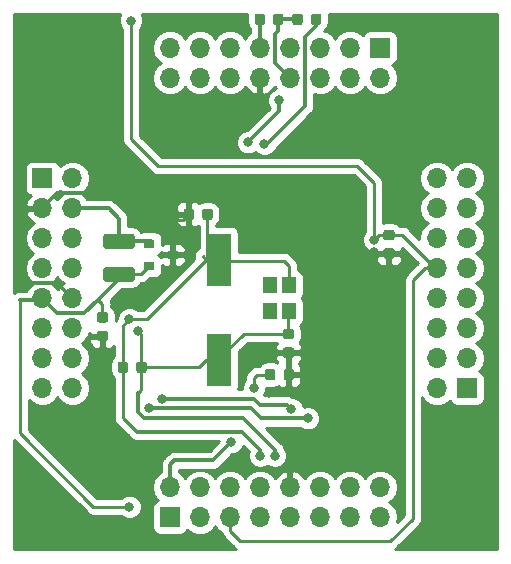
<source format=gbl>
G04 #@! TF.GenerationSoftware,KiCad,Pcbnew,5.0.2+dfsg1-1~bpo9+1*
G04 #@! TF.CreationDate,2019-07-05T22:25:26+02:00*
G04 #@! TF.ProjectId,PIC32MZTOMX,50494333-324d-45a5-944f-4d582e6b6963,rev?*
G04 #@! TF.SameCoordinates,Original*
G04 #@! TF.FileFunction,Copper,L2,Bot*
G04 #@! TF.FilePolarity,Positive*
%FSLAX46Y46*%
G04 Gerber Fmt 4.6, Leading zero omitted, Abs format (unit mm)*
G04 Created by KiCad (PCBNEW 5.0.2+dfsg1-1~bpo9+1) date ven. 05 juil. 2019 22:25:26 CEST*
%MOMM*%
%LPD*%
G01*
G04 APERTURE LIST*
G04 #@! TA.AperFunction,SMDPad,CuDef*
%ADD10R,2.000000X4.500000*%
G04 #@! TD*
G04 #@! TA.AperFunction,ComponentPad*
%ADD11R,1.700000X1.700000*%
G04 #@! TD*
G04 #@! TA.AperFunction,ComponentPad*
%ADD12O,1.700000X1.700000*%
G04 #@! TD*
G04 #@! TA.AperFunction,Conductor*
%ADD13C,0.100000*%
G04 #@! TD*
G04 #@! TA.AperFunction,SMDPad,CuDef*
%ADD14C,0.875000*%
G04 #@! TD*
G04 #@! TA.AperFunction,SMDPad,CuDef*
%ADD15C,1.250000*%
G04 #@! TD*
G04 #@! TA.AperFunction,SMDPad,CuDef*
%ADD16R,0.900000X0.800000*%
G04 #@! TD*
G04 #@! TA.AperFunction,SMDPad,CuDef*
%ADD17R,1.200000X1.400000*%
G04 #@! TD*
G04 #@! TA.AperFunction,ViaPad*
%ADD18C,0.800000*%
G04 #@! TD*
G04 #@! TA.AperFunction,Conductor*
%ADD19C,0.250000*%
G04 #@! TD*
G04 #@! TA.AperFunction,Conductor*
%ADD20C,0.300000*%
G04 #@! TD*
G04 #@! TA.AperFunction,Conductor*
%ADD21C,0.254000*%
G04 #@! TD*
G04 APERTURE END LIST*
D10*
G04 #@! TO.P,Y101,2*
G04 #@! TO.N,/40*
X145034000Y-91626000D03*
G04 #@! TO.P,Y101,1*
G04 #@! TO.N,/39*
X145034000Y-83126000D03*
G04 #@! TD*
D11*
G04 #@! TO.P,J101,1*
G04 #@! TO.N,/2*
X158623000Y-65151000D03*
D12*
G04 #@! TO.P,J101,2*
G04 #@! TO.N,/1*
X158623000Y-67691000D03*
G04 #@! TO.P,J101,3*
G04 #@! TO.N,/4*
X156083000Y-65151000D03*
G04 #@! TO.P,J101,4*
G04 #@! TO.N,/3*
X156083000Y-67691000D03*
G04 #@! TO.P,J101,5*
G04 #@! TO.N,/6*
X153543000Y-65151000D03*
G04 #@! TO.P,J101,6*
G04 #@! TO.N,/5*
X153543000Y-67691000D03*
G04 #@! TO.P,J101,7*
G04 #@! TO.N,/8*
X151003000Y-65151000D03*
G04 #@! TO.P,J101,8*
G04 #@! TO.N,/7*
X151003000Y-67691000D03*
G04 #@! TO.P,J101,9*
G04 #@! TO.N,/10*
X148463000Y-65151000D03*
G04 #@! TO.P,J101,10*
G04 #@! TO.N,/20*
X148463000Y-67691000D03*
G04 #@! TO.P,J101,11*
G04 #@! TO.N,/12*
X145923000Y-65151000D03*
G04 #@! TO.P,J101,12*
G04 #@! TO.N,/11*
X145923000Y-67691000D03*
G04 #@! TO.P,J101,13*
G04 #@! TO.N,/14*
X143383000Y-65151000D03*
G04 #@! TO.P,J101,14*
G04 #@! TO.N,/13*
X143383000Y-67691000D03*
G04 #@! TO.P,J101,15*
G04 #@! TO.N,/16*
X140843000Y-65151000D03*
G04 #@! TO.P,J101,16*
G04 #@! TO.N,/15*
X140843000Y-67691000D03*
G04 #@! TD*
D13*
G04 #@! TO.N,/39*
G04 #@! TO.C,C101*
G36*
X144258191Y-78774053D02*
X144279426Y-78777203D01*
X144300250Y-78782419D01*
X144320462Y-78789651D01*
X144339868Y-78798830D01*
X144358281Y-78809866D01*
X144375524Y-78822654D01*
X144391430Y-78837070D01*
X144405846Y-78852976D01*
X144418634Y-78870219D01*
X144429670Y-78888632D01*
X144438849Y-78908038D01*
X144446081Y-78928250D01*
X144451297Y-78949074D01*
X144454447Y-78970309D01*
X144455500Y-78991750D01*
X144455500Y-79504250D01*
X144454447Y-79525691D01*
X144451297Y-79546926D01*
X144446081Y-79567750D01*
X144438849Y-79587962D01*
X144429670Y-79607368D01*
X144418634Y-79625781D01*
X144405846Y-79643024D01*
X144391430Y-79658930D01*
X144375524Y-79673346D01*
X144358281Y-79686134D01*
X144339868Y-79697170D01*
X144320462Y-79706349D01*
X144300250Y-79713581D01*
X144279426Y-79718797D01*
X144258191Y-79721947D01*
X144236750Y-79723000D01*
X143799250Y-79723000D01*
X143777809Y-79721947D01*
X143756574Y-79718797D01*
X143735750Y-79713581D01*
X143715538Y-79706349D01*
X143696132Y-79697170D01*
X143677719Y-79686134D01*
X143660476Y-79673346D01*
X143644570Y-79658930D01*
X143630154Y-79643024D01*
X143617366Y-79625781D01*
X143606330Y-79607368D01*
X143597151Y-79587962D01*
X143589919Y-79567750D01*
X143584703Y-79546926D01*
X143581553Y-79525691D01*
X143580500Y-79504250D01*
X143580500Y-78991750D01*
X143581553Y-78970309D01*
X143584703Y-78949074D01*
X143589919Y-78928250D01*
X143597151Y-78908038D01*
X143606330Y-78888632D01*
X143617366Y-78870219D01*
X143630154Y-78852976D01*
X143644570Y-78837070D01*
X143660476Y-78822654D01*
X143677719Y-78809866D01*
X143696132Y-78798830D01*
X143715538Y-78789651D01*
X143735750Y-78782419D01*
X143756574Y-78777203D01*
X143777809Y-78774053D01*
X143799250Y-78773000D01*
X144236750Y-78773000D01*
X144258191Y-78774053D01*
X144258191Y-78774053D01*
G37*
D14*
G04 #@! TD*
G04 #@! TO.P,C101,1*
G04 #@! TO.N,/39*
X144018000Y-79248000D03*
D13*
G04 #@! TO.N,/20*
G04 #@! TO.C,C101*
G36*
X142683191Y-78774053D02*
X142704426Y-78777203D01*
X142725250Y-78782419D01*
X142745462Y-78789651D01*
X142764868Y-78798830D01*
X142783281Y-78809866D01*
X142800524Y-78822654D01*
X142816430Y-78837070D01*
X142830846Y-78852976D01*
X142843634Y-78870219D01*
X142854670Y-78888632D01*
X142863849Y-78908038D01*
X142871081Y-78928250D01*
X142876297Y-78949074D01*
X142879447Y-78970309D01*
X142880500Y-78991750D01*
X142880500Y-79504250D01*
X142879447Y-79525691D01*
X142876297Y-79546926D01*
X142871081Y-79567750D01*
X142863849Y-79587962D01*
X142854670Y-79607368D01*
X142843634Y-79625781D01*
X142830846Y-79643024D01*
X142816430Y-79658930D01*
X142800524Y-79673346D01*
X142783281Y-79686134D01*
X142764868Y-79697170D01*
X142745462Y-79706349D01*
X142725250Y-79713581D01*
X142704426Y-79718797D01*
X142683191Y-79721947D01*
X142661750Y-79723000D01*
X142224250Y-79723000D01*
X142202809Y-79721947D01*
X142181574Y-79718797D01*
X142160750Y-79713581D01*
X142140538Y-79706349D01*
X142121132Y-79697170D01*
X142102719Y-79686134D01*
X142085476Y-79673346D01*
X142069570Y-79658930D01*
X142055154Y-79643024D01*
X142042366Y-79625781D01*
X142031330Y-79607368D01*
X142022151Y-79587962D01*
X142014919Y-79567750D01*
X142009703Y-79546926D01*
X142006553Y-79525691D01*
X142005500Y-79504250D01*
X142005500Y-78991750D01*
X142006553Y-78970309D01*
X142009703Y-78949074D01*
X142014919Y-78928250D01*
X142022151Y-78908038D01*
X142031330Y-78888632D01*
X142042366Y-78870219D01*
X142055154Y-78852976D01*
X142069570Y-78837070D01*
X142085476Y-78822654D01*
X142102719Y-78809866D01*
X142121132Y-78798830D01*
X142140538Y-78789651D01*
X142160750Y-78782419D01*
X142181574Y-78777203D01*
X142202809Y-78774053D01*
X142224250Y-78773000D01*
X142661750Y-78773000D01*
X142683191Y-78774053D01*
X142683191Y-78774053D01*
G37*
D14*
G04 #@! TD*
G04 #@! TO.P,C101,2*
G04 #@! TO.N,/20*
X142443000Y-79248000D03*
D13*
G04 #@! TO.N,/20*
G04 #@! TO.C,C102*
G36*
X151153691Y-90521053D02*
X151174926Y-90524203D01*
X151195750Y-90529419D01*
X151215962Y-90536651D01*
X151235368Y-90545830D01*
X151253781Y-90556866D01*
X151271024Y-90569654D01*
X151286930Y-90584070D01*
X151301346Y-90599976D01*
X151314134Y-90617219D01*
X151325170Y-90635632D01*
X151334349Y-90655038D01*
X151341581Y-90675250D01*
X151346797Y-90696074D01*
X151349947Y-90717309D01*
X151351000Y-90738750D01*
X151351000Y-91176250D01*
X151349947Y-91197691D01*
X151346797Y-91218926D01*
X151341581Y-91239750D01*
X151334349Y-91259962D01*
X151325170Y-91279368D01*
X151314134Y-91297781D01*
X151301346Y-91315024D01*
X151286930Y-91330930D01*
X151271024Y-91345346D01*
X151253781Y-91358134D01*
X151235368Y-91369170D01*
X151215962Y-91378349D01*
X151195750Y-91385581D01*
X151174926Y-91390797D01*
X151153691Y-91393947D01*
X151132250Y-91395000D01*
X150619750Y-91395000D01*
X150598309Y-91393947D01*
X150577074Y-91390797D01*
X150556250Y-91385581D01*
X150536038Y-91378349D01*
X150516632Y-91369170D01*
X150498219Y-91358134D01*
X150480976Y-91345346D01*
X150465070Y-91330930D01*
X150450654Y-91315024D01*
X150437866Y-91297781D01*
X150426830Y-91279368D01*
X150417651Y-91259962D01*
X150410419Y-91239750D01*
X150405203Y-91218926D01*
X150402053Y-91197691D01*
X150401000Y-91176250D01*
X150401000Y-90738750D01*
X150402053Y-90717309D01*
X150405203Y-90696074D01*
X150410419Y-90675250D01*
X150417651Y-90655038D01*
X150426830Y-90635632D01*
X150437866Y-90617219D01*
X150450654Y-90599976D01*
X150465070Y-90584070D01*
X150480976Y-90569654D01*
X150498219Y-90556866D01*
X150516632Y-90545830D01*
X150536038Y-90536651D01*
X150556250Y-90529419D01*
X150577074Y-90524203D01*
X150598309Y-90521053D01*
X150619750Y-90520000D01*
X151132250Y-90520000D01*
X151153691Y-90521053D01*
X151153691Y-90521053D01*
G37*
D14*
G04 #@! TD*
G04 #@! TO.P,C102,2*
G04 #@! TO.N,/20*
X150876000Y-90957500D03*
D13*
G04 #@! TO.N,/40*
G04 #@! TO.C,C102*
G36*
X151153691Y-88946053D02*
X151174926Y-88949203D01*
X151195750Y-88954419D01*
X151215962Y-88961651D01*
X151235368Y-88970830D01*
X151253781Y-88981866D01*
X151271024Y-88994654D01*
X151286930Y-89009070D01*
X151301346Y-89024976D01*
X151314134Y-89042219D01*
X151325170Y-89060632D01*
X151334349Y-89080038D01*
X151341581Y-89100250D01*
X151346797Y-89121074D01*
X151349947Y-89142309D01*
X151351000Y-89163750D01*
X151351000Y-89601250D01*
X151349947Y-89622691D01*
X151346797Y-89643926D01*
X151341581Y-89664750D01*
X151334349Y-89684962D01*
X151325170Y-89704368D01*
X151314134Y-89722781D01*
X151301346Y-89740024D01*
X151286930Y-89755930D01*
X151271024Y-89770346D01*
X151253781Y-89783134D01*
X151235368Y-89794170D01*
X151215962Y-89803349D01*
X151195750Y-89810581D01*
X151174926Y-89815797D01*
X151153691Y-89818947D01*
X151132250Y-89820000D01*
X150619750Y-89820000D01*
X150598309Y-89818947D01*
X150577074Y-89815797D01*
X150556250Y-89810581D01*
X150536038Y-89803349D01*
X150516632Y-89794170D01*
X150498219Y-89783134D01*
X150480976Y-89770346D01*
X150465070Y-89755930D01*
X150450654Y-89740024D01*
X150437866Y-89722781D01*
X150426830Y-89704368D01*
X150417651Y-89684962D01*
X150410419Y-89664750D01*
X150405203Y-89643926D01*
X150402053Y-89622691D01*
X150401000Y-89601250D01*
X150401000Y-89163750D01*
X150402053Y-89142309D01*
X150405203Y-89121074D01*
X150410419Y-89100250D01*
X150417651Y-89080038D01*
X150426830Y-89060632D01*
X150437866Y-89042219D01*
X150450654Y-89024976D01*
X150465070Y-89009070D01*
X150480976Y-88994654D01*
X150498219Y-88981866D01*
X150516632Y-88970830D01*
X150536038Y-88961651D01*
X150556250Y-88954419D01*
X150577074Y-88949203D01*
X150598309Y-88946053D01*
X150619750Y-88945000D01*
X151132250Y-88945000D01*
X151153691Y-88946053D01*
X151153691Y-88946053D01*
G37*
D14*
G04 #@! TD*
G04 #@! TO.P,C102,1*
G04 #@! TO.N,/40*
X150876000Y-89382500D03*
D12*
G04 #@! TO.P,J102,16*
G04 #@! TO.N,/31*
X132588000Y-93980000D03*
G04 #@! TO.P,J102,15*
G04 #@! TO.N,/32*
X130048000Y-93980000D03*
G04 #@! TO.P,J102,14*
G04 #@! TO.N,/29*
X132588000Y-91440000D03*
G04 #@! TO.P,J102,13*
G04 #@! TO.N,/30*
X130048000Y-91440000D03*
G04 #@! TO.P,J102,12*
G04 #@! TO.N,/27*
X132588000Y-88900000D03*
G04 #@! TO.P,J102,11*
G04 #@! TO.N,/28*
X130048000Y-88900000D03*
G04 #@! TO.P,J102,10*
G04 #@! TO.N,/20*
X132588000Y-86360000D03*
G04 #@! TO.P,J102,9*
G04 #@! TO.N,/10*
X130048000Y-86360000D03*
G04 #@! TO.P,J102,8*
G04 #@! TO.N,/23*
X132588000Y-83820000D03*
G04 #@! TO.P,J102,7*
G04 #@! TO.N,/24*
X130048000Y-83820000D03*
G04 #@! TO.P,J102,6*
G04 #@! TO.N,/21*
X132588000Y-81280000D03*
G04 #@! TO.P,J102,5*
G04 #@! TO.N,/22*
X130048000Y-81280000D03*
G04 #@! TO.P,J102,4*
G04 #@! TO.N,/19*
X132588000Y-78740000D03*
G04 #@! TO.P,J102,3*
G04 #@! TO.N,/20*
X130048000Y-78740000D03*
G04 #@! TO.P,J102,2*
G04 #@! TO.N,/17*
X132588000Y-76200000D03*
D11*
G04 #@! TO.P,J102,1*
G04 #@! TO.N,/18*
X130048000Y-76200000D03*
G04 #@! TD*
G04 #@! TO.P,J103,1*
G04 #@! TO.N,/34*
X140843000Y-104902000D03*
D12*
G04 #@! TO.P,J103,2*
G04 #@! TO.N,/33*
X140843000Y-102362000D03*
G04 #@! TO.P,J103,3*
G04 #@! TO.N,/36*
X143383000Y-104902000D03*
G04 #@! TO.P,J103,4*
G04 #@! TO.N,/35*
X143383000Y-102362000D03*
G04 #@! TO.P,J103,5*
G04 #@! TO.N,/10*
X145923000Y-104902000D03*
G04 #@! TO.P,J103,6*
G04 #@! TO.N,/37*
X145923000Y-102362000D03*
G04 #@! TO.P,J103,7*
G04 #@! TO.N,/40*
X148463000Y-104902000D03*
G04 #@! TO.P,J103,8*
G04 #@! TO.N,/39*
X148463000Y-102362000D03*
G04 #@! TO.P,J103,9*
G04 #@! TO.N,/42*
X151003000Y-104902000D03*
G04 #@! TO.P,J103,10*
G04 #@! TO.N,/20*
X151003000Y-102362000D03*
G04 #@! TO.P,J103,11*
G04 #@! TO.N,/44*
X153543000Y-104902000D03*
G04 #@! TO.P,J103,12*
G04 #@! TO.N,/43*
X153543000Y-102362000D03*
G04 #@! TO.P,J103,13*
G04 #@! TO.N,/46*
X156083000Y-104902000D03*
G04 #@! TO.P,J103,14*
G04 #@! TO.N,/45*
X156083000Y-102362000D03*
G04 #@! TO.P,J103,15*
G04 #@! TO.N,/48*
X158623000Y-104902000D03*
G04 #@! TO.P,J103,16*
G04 #@! TO.N,/47*
X158623000Y-102362000D03*
G04 #@! TD*
G04 #@! TO.P,J104,16*
G04 #@! TO.N,/63*
X163449000Y-76200000D03*
G04 #@! TO.P,J104,15*
G04 #@! TO.N,/64*
X165989000Y-76200000D03*
G04 #@! TO.P,J104,14*
G04 #@! TO.N,/61*
X163449000Y-78740000D03*
G04 #@! TO.P,J104,13*
G04 #@! TO.N,/62*
X165989000Y-78740000D03*
G04 #@! TO.P,J104,12*
G04 #@! TO.N,/59*
X163449000Y-81280000D03*
G04 #@! TO.P,J104,11*
G04 #@! TO.N,/60*
X165989000Y-81280000D03*
G04 #@! TO.P,J104,10*
G04 #@! TO.N,/10*
X163449000Y-83820000D03*
G04 #@! TO.P,J104,9*
G04 #@! TO.N,/58*
X165989000Y-83820000D03*
G04 #@! TO.P,J104,8*
G04 #@! TO.N,/55*
X163449000Y-86360000D03*
G04 #@! TO.P,J104,7*
G04 #@! TO.N,/56*
X165989000Y-86360000D03*
G04 #@! TO.P,J104,6*
G04 #@! TO.N,/53*
X163449000Y-88900000D03*
G04 #@! TO.P,J104,5*
G04 #@! TO.N,/54*
X165989000Y-88900000D03*
G04 #@! TO.P,J104,4*
G04 #@! TO.N,/51*
X163449000Y-91440000D03*
G04 #@! TO.P,J104,3*
G04 #@! TO.N,/52*
X165989000Y-91440000D03*
G04 #@! TO.P,J104,2*
G04 #@! TO.N,/49*
X163449000Y-93980000D03*
D11*
G04 #@! TO.P,J104,1*
G04 #@! TO.N,/50*
X165989000Y-93980000D03*
G04 #@! TD*
D13*
G04 #@! TO.N,/10*
G04 #@! TO.C,L101*
G36*
X137624504Y-83707204D02*
X137648773Y-83710804D01*
X137672571Y-83716765D01*
X137695671Y-83725030D01*
X137717849Y-83735520D01*
X137738893Y-83748133D01*
X137758598Y-83762747D01*
X137776777Y-83779223D01*
X137793253Y-83797402D01*
X137807867Y-83817107D01*
X137820480Y-83838151D01*
X137830970Y-83860329D01*
X137839235Y-83883429D01*
X137845196Y-83907227D01*
X137848796Y-83931496D01*
X137850000Y-83956000D01*
X137850000Y-84706000D01*
X137848796Y-84730504D01*
X137845196Y-84754773D01*
X137839235Y-84778571D01*
X137830970Y-84801671D01*
X137820480Y-84823849D01*
X137807867Y-84844893D01*
X137793253Y-84864598D01*
X137776777Y-84882777D01*
X137758598Y-84899253D01*
X137738893Y-84913867D01*
X137717849Y-84926480D01*
X137695671Y-84936970D01*
X137672571Y-84945235D01*
X137648773Y-84951196D01*
X137624504Y-84954796D01*
X137600000Y-84956000D01*
X135450000Y-84956000D01*
X135425496Y-84954796D01*
X135401227Y-84951196D01*
X135377429Y-84945235D01*
X135354329Y-84936970D01*
X135332151Y-84926480D01*
X135311107Y-84913867D01*
X135291402Y-84899253D01*
X135273223Y-84882777D01*
X135256747Y-84864598D01*
X135242133Y-84844893D01*
X135229520Y-84823849D01*
X135219030Y-84801671D01*
X135210765Y-84778571D01*
X135204804Y-84754773D01*
X135201204Y-84730504D01*
X135200000Y-84706000D01*
X135200000Y-83956000D01*
X135201204Y-83931496D01*
X135204804Y-83907227D01*
X135210765Y-83883429D01*
X135219030Y-83860329D01*
X135229520Y-83838151D01*
X135242133Y-83817107D01*
X135256747Y-83797402D01*
X135273223Y-83779223D01*
X135291402Y-83762747D01*
X135311107Y-83748133D01*
X135332151Y-83735520D01*
X135354329Y-83725030D01*
X135377429Y-83716765D01*
X135401227Y-83710804D01*
X135425496Y-83707204D01*
X135450000Y-83706000D01*
X137600000Y-83706000D01*
X137624504Y-83707204D01*
X137624504Y-83707204D01*
G37*
D15*
G04 #@! TD*
G04 #@! TO.P,L101,1*
G04 #@! TO.N,/10*
X136525000Y-84331000D03*
D13*
G04 #@! TO.N,/19*
G04 #@! TO.C,L101*
G36*
X137624504Y-80907204D02*
X137648773Y-80910804D01*
X137672571Y-80916765D01*
X137695671Y-80925030D01*
X137717849Y-80935520D01*
X137738893Y-80948133D01*
X137758598Y-80962747D01*
X137776777Y-80979223D01*
X137793253Y-80997402D01*
X137807867Y-81017107D01*
X137820480Y-81038151D01*
X137830970Y-81060329D01*
X137839235Y-81083429D01*
X137845196Y-81107227D01*
X137848796Y-81131496D01*
X137850000Y-81156000D01*
X137850000Y-81906000D01*
X137848796Y-81930504D01*
X137845196Y-81954773D01*
X137839235Y-81978571D01*
X137830970Y-82001671D01*
X137820480Y-82023849D01*
X137807867Y-82044893D01*
X137793253Y-82064598D01*
X137776777Y-82082777D01*
X137758598Y-82099253D01*
X137738893Y-82113867D01*
X137717849Y-82126480D01*
X137695671Y-82136970D01*
X137672571Y-82145235D01*
X137648773Y-82151196D01*
X137624504Y-82154796D01*
X137600000Y-82156000D01*
X135450000Y-82156000D01*
X135425496Y-82154796D01*
X135401227Y-82151196D01*
X135377429Y-82145235D01*
X135354329Y-82136970D01*
X135332151Y-82126480D01*
X135311107Y-82113867D01*
X135291402Y-82099253D01*
X135273223Y-82082777D01*
X135256747Y-82064598D01*
X135242133Y-82044893D01*
X135229520Y-82023849D01*
X135219030Y-82001671D01*
X135210765Y-81978571D01*
X135204804Y-81954773D01*
X135201204Y-81930504D01*
X135200000Y-81906000D01*
X135200000Y-81156000D01*
X135201204Y-81131496D01*
X135204804Y-81107227D01*
X135210765Y-81083429D01*
X135219030Y-81060329D01*
X135229520Y-81038151D01*
X135242133Y-81017107D01*
X135256747Y-80997402D01*
X135273223Y-80979223D01*
X135291402Y-80962747D01*
X135311107Y-80948133D01*
X135332151Y-80935520D01*
X135354329Y-80925030D01*
X135377429Y-80916765D01*
X135401227Y-80910804D01*
X135425496Y-80907204D01*
X135450000Y-80906000D01*
X137600000Y-80906000D01*
X137624504Y-80907204D01*
X137624504Y-80907204D01*
G37*
D15*
G04 #@! TD*
G04 #@! TO.P,L101,2*
G04 #@! TO.N,/19*
X136525000Y-81531000D03*
D13*
G04 #@! TO.N,/39*
G04 #@! TO.C,R101*
G36*
X137095191Y-91728053D02*
X137116426Y-91731203D01*
X137137250Y-91736419D01*
X137157462Y-91743651D01*
X137176868Y-91752830D01*
X137195281Y-91763866D01*
X137212524Y-91776654D01*
X137228430Y-91791070D01*
X137242846Y-91806976D01*
X137255634Y-91824219D01*
X137266670Y-91842632D01*
X137275849Y-91862038D01*
X137283081Y-91882250D01*
X137288297Y-91903074D01*
X137291447Y-91924309D01*
X137292500Y-91945750D01*
X137292500Y-92458250D01*
X137291447Y-92479691D01*
X137288297Y-92500926D01*
X137283081Y-92521750D01*
X137275849Y-92541962D01*
X137266670Y-92561368D01*
X137255634Y-92579781D01*
X137242846Y-92597024D01*
X137228430Y-92612930D01*
X137212524Y-92627346D01*
X137195281Y-92640134D01*
X137176868Y-92651170D01*
X137157462Y-92660349D01*
X137137250Y-92667581D01*
X137116426Y-92672797D01*
X137095191Y-92675947D01*
X137073750Y-92677000D01*
X136636250Y-92677000D01*
X136614809Y-92675947D01*
X136593574Y-92672797D01*
X136572750Y-92667581D01*
X136552538Y-92660349D01*
X136533132Y-92651170D01*
X136514719Y-92640134D01*
X136497476Y-92627346D01*
X136481570Y-92612930D01*
X136467154Y-92597024D01*
X136454366Y-92579781D01*
X136443330Y-92561368D01*
X136434151Y-92541962D01*
X136426919Y-92521750D01*
X136421703Y-92500926D01*
X136418553Y-92479691D01*
X136417500Y-92458250D01*
X136417500Y-91945750D01*
X136418553Y-91924309D01*
X136421703Y-91903074D01*
X136426919Y-91882250D01*
X136434151Y-91862038D01*
X136443330Y-91842632D01*
X136454366Y-91824219D01*
X136467154Y-91806976D01*
X136481570Y-91791070D01*
X136497476Y-91776654D01*
X136514719Y-91763866D01*
X136533132Y-91752830D01*
X136552538Y-91743651D01*
X136572750Y-91736419D01*
X136593574Y-91731203D01*
X136614809Y-91728053D01*
X136636250Y-91727000D01*
X137073750Y-91727000D01*
X137095191Y-91728053D01*
X137095191Y-91728053D01*
G37*
D14*
G04 #@! TD*
G04 #@! TO.P,R101,1*
G04 #@! TO.N,/39*
X136855000Y-92202000D03*
D13*
G04 #@! TO.N,/40*
G04 #@! TO.C,R101*
G36*
X138670191Y-91728053D02*
X138691426Y-91731203D01*
X138712250Y-91736419D01*
X138732462Y-91743651D01*
X138751868Y-91752830D01*
X138770281Y-91763866D01*
X138787524Y-91776654D01*
X138803430Y-91791070D01*
X138817846Y-91806976D01*
X138830634Y-91824219D01*
X138841670Y-91842632D01*
X138850849Y-91862038D01*
X138858081Y-91882250D01*
X138863297Y-91903074D01*
X138866447Y-91924309D01*
X138867500Y-91945750D01*
X138867500Y-92458250D01*
X138866447Y-92479691D01*
X138863297Y-92500926D01*
X138858081Y-92521750D01*
X138850849Y-92541962D01*
X138841670Y-92561368D01*
X138830634Y-92579781D01*
X138817846Y-92597024D01*
X138803430Y-92612930D01*
X138787524Y-92627346D01*
X138770281Y-92640134D01*
X138751868Y-92651170D01*
X138732462Y-92660349D01*
X138712250Y-92667581D01*
X138691426Y-92672797D01*
X138670191Y-92675947D01*
X138648750Y-92677000D01*
X138211250Y-92677000D01*
X138189809Y-92675947D01*
X138168574Y-92672797D01*
X138147750Y-92667581D01*
X138127538Y-92660349D01*
X138108132Y-92651170D01*
X138089719Y-92640134D01*
X138072476Y-92627346D01*
X138056570Y-92612930D01*
X138042154Y-92597024D01*
X138029366Y-92579781D01*
X138018330Y-92561368D01*
X138009151Y-92541962D01*
X138001919Y-92521750D01*
X137996703Y-92500926D01*
X137993553Y-92479691D01*
X137992500Y-92458250D01*
X137992500Y-91945750D01*
X137993553Y-91924309D01*
X137996703Y-91903074D01*
X138001919Y-91882250D01*
X138009151Y-91862038D01*
X138018330Y-91842632D01*
X138029366Y-91824219D01*
X138042154Y-91806976D01*
X138056570Y-91791070D01*
X138072476Y-91776654D01*
X138089719Y-91763866D01*
X138108132Y-91752830D01*
X138127538Y-91743651D01*
X138147750Y-91736419D01*
X138168574Y-91731203D01*
X138189809Y-91728053D01*
X138211250Y-91727000D01*
X138648750Y-91727000D01*
X138670191Y-91728053D01*
X138670191Y-91728053D01*
G37*
D14*
G04 #@! TD*
G04 #@! TO.P,R101,2*
G04 #@! TO.N,/40*
X138430000Y-92202000D03*
D13*
G04 #@! TO.N,/7*
G04 #@! TO.C,R102*
G36*
X151878191Y-62264053D02*
X151899426Y-62267203D01*
X151920250Y-62272419D01*
X151940462Y-62279651D01*
X151959868Y-62288830D01*
X151978281Y-62299866D01*
X151995524Y-62312654D01*
X152011430Y-62327070D01*
X152025846Y-62342976D01*
X152038634Y-62360219D01*
X152049670Y-62378632D01*
X152058849Y-62398038D01*
X152066081Y-62418250D01*
X152071297Y-62439074D01*
X152074447Y-62460309D01*
X152075500Y-62481750D01*
X152075500Y-62994250D01*
X152074447Y-63015691D01*
X152071297Y-63036926D01*
X152066081Y-63057750D01*
X152058849Y-63077962D01*
X152049670Y-63097368D01*
X152038634Y-63115781D01*
X152025846Y-63133024D01*
X152011430Y-63148930D01*
X151995524Y-63163346D01*
X151978281Y-63176134D01*
X151959868Y-63187170D01*
X151940462Y-63196349D01*
X151920250Y-63203581D01*
X151899426Y-63208797D01*
X151878191Y-63211947D01*
X151856750Y-63213000D01*
X151419250Y-63213000D01*
X151397809Y-63211947D01*
X151376574Y-63208797D01*
X151355750Y-63203581D01*
X151335538Y-63196349D01*
X151316132Y-63187170D01*
X151297719Y-63176134D01*
X151280476Y-63163346D01*
X151264570Y-63148930D01*
X151250154Y-63133024D01*
X151237366Y-63115781D01*
X151226330Y-63097368D01*
X151217151Y-63077962D01*
X151209919Y-63057750D01*
X151204703Y-63036926D01*
X151201553Y-63015691D01*
X151200500Y-62994250D01*
X151200500Y-62481750D01*
X151201553Y-62460309D01*
X151204703Y-62439074D01*
X151209919Y-62418250D01*
X151217151Y-62398038D01*
X151226330Y-62378632D01*
X151237366Y-62360219D01*
X151250154Y-62342976D01*
X151264570Y-62327070D01*
X151280476Y-62312654D01*
X151297719Y-62299866D01*
X151316132Y-62288830D01*
X151335538Y-62279651D01*
X151355750Y-62272419D01*
X151376574Y-62267203D01*
X151397809Y-62264053D01*
X151419250Y-62263000D01*
X151856750Y-62263000D01*
X151878191Y-62264053D01*
X151878191Y-62264053D01*
G37*
D14*
G04 #@! TD*
G04 #@! TO.P,R102,1*
G04 #@! TO.N,/7*
X151638000Y-62738000D03*
D13*
G04 #@! TO.N,Net-(R102-Pad2)*
G04 #@! TO.C,R102*
G36*
X153453191Y-62264053D02*
X153474426Y-62267203D01*
X153495250Y-62272419D01*
X153515462Y-62279651D01*
X153534868Y-62288830D01*
X153553281Y-62299866D01*
X153570524Y-62312654D01*
X153586430Y-62327070D01*
X153600846Y-62342976D01*
X153613634Y-62360219D01*
X153624670Y-62378632D01*
X153633849Y-62398038D01*
X153641081Y-62418250D01*
X153646297Y-62439074D01*
X153649447Y-62460309D01*
X153650500Y-62481750D01*
X153650500Y-62994250D01*
X153649447Y-63015691D01*
X153646297Y-63036926D01*
X153641081Y-63057750D01*
X153633849Y-63077962D01*
X153624670Y-63097368D01*
X153613634Y-63115781D01*
X153600846Y-63133024D01*
X153586430Y-63148930D01*
X153570524Y-63163346D01*
X153553281Y-63176134D01*
X153534868Y-63187170D01*
X153515462Y-63196349D01*
X153495250Y-63203581D01*
X153474426Y-63208797D01*
X153453191Y-63211947D01*
X153431750Y-63213000D01*
X152994250Y-63213000D01*
X152972809Y-63211947D01*
X152951574Y-63208797D01*
X152930750Y-63203581D01*
X152910538Y-63196349D01*
X152891132Y-63187170D01*
X152872719Y-63176134D01*
X152855476Y-63163346D01*
X152839570Y-63148930D01*
X152825154Y-63133024D01*
X152812366Y-63115781D01*
X152801330Y-63097368D01*
X152792151Y-63077962D01*
X152784919Y-63057750D01*
X152779703Y-63036926D01*
X152776553Y-63015691D01*
X152775500Y-62994250D01*
X152775500Y-62481750D01*
X152776553Y-62460309D01*
X152779703Y-62439074D01*
X152784919Y-62418250D01*
X152792151Y-62398038D01*
X152801330Y-62378632D01*
X152812366Y-62360219D01*
X152825154Y-62342976D01*
X152839570Y-62327070D01*
X152855476Y-62312654D01*
X152872719Y-62299866D01*
X152891132Y-62288830D01*
X152910538Y-62279651D01*
X152930750Y-62272419D01*
X152951574Y-62267203D01*
X152972809Y-62264053D01*
X152994250Y-62263000D01*
X153431750Y-62263000D01*
X153453191Y-62264053D01*
X153453191Y-62264053D01*
G37*
D14*
G04 #@! TD*
G04 #@! TO.P,R102,2*
G04 #@! TO.N,Net-(R102-Pad2)*
X153213000Y-62738000D03*
D13*
G04 #@! TO.N,/7*
G04 #@! TO.C,R103*
G36*
X150252691Y-62264053D02*
X150273926Y-62267203D01*
X150294750Y-62272419D01*
X150314962Y-62279651D01*
X150334368Y-62288830D01*
X150352781Y-62299866D01*
X150370024Y-62312654D01*
X150385930Y-62327070D01*
X150400346Y-62342976D01*
X150413134Y-62360219D01*
X150424170Y-62378632D01*
X150433349Y-62398038D01*
X150440581Y-62418250D01*
X150445797Y-62439074D01*
X150448947Y-62460309D01*
X150450000Y-62481750D01*
X150450000Y-62994250D01*
X150448947Y-63015691D01*
X150445797Y-63036926D01*
X150440581Y-63057750D01*
X150433349Y-63077962D01*
X150424170Y-63097368D01*
X150413134Y-63115781D01*
X150400346Y-63133024D01*
X150385930Y-63148930D01*
X150370024Y-63163346D01*
X150352781Y-63176134D01*
X150334368Y-63187170D01*
X150314962Y-63196349D01*
X150294750Y-63203581D01*
X150273926Y-63208797D01*
X150252691Y-63211947D01*
X150231250Y-63213000D01*
X149793750Y-63213000D01*
X149772309Y-63211947D01*
X149751074Y-63208797D01*
X149730250Y-63203581D01*
X149710038Y-63196349D01*
X149690632Y-63187170D01*
X149672219Y-63176134D01*
X149654976Y-63163346D01*
X149639070Y-63148930D01*
X149624654Y-63133024D01*
X149611866Y-63115781D01*
X149600830Y-63097368D01*
X149591651Y-63077962D01*
X149584419Y-63057750D01*
X149579203Y-63036926D01*
X149576053Y-63015691D01*
X149575000Y-62994250D01*
X149575000Y-62481750D01*
X149576053Y-62460309D01*
X149579203Y-62439074D01*
X149584419Y-62418250D01*
X149591651Y-62398038D01*
X149600830Y-62378632D01*
X149611866Y-62360219D01*
X149624654Y-62342976D01*
X149639070Y-62327070D01*
X149654976Y-62312654D01*
X149672219Y-62299866D01*
X149690632Y-62288830D01*
X149710038Y-62279651D01*
X149730250Y-62272419D01*
X149751074Y-62267203D01*
X149772309Y-62264053D01*
X149793750Y-62263000D01*
X150231250Y-62263000D01*
X150252691Y-62264053D01*
X150252691Y-62264053D01*
G37*
D14*
G04 #@! TD*
G04 #@! TO.P,R103,2*
G04 #@! TO.N,/7*
X150012500Y-62738000D03*
D13*
G04 #@! TO.N,/10*
G04 #@! TO.C,R103*
G36*
X148677691Y-62264053D02*
X148698926Y-62267203D01*
X148719750Y-62272419D01*
X148739962Y-62279651D01*
X148759368Y-62288830D01*
X148777781Y-62299866D01*
X148795024Y-62312654D01*
X148810930Y-62327070D01*
X148825346Y-62342976D01*
X148838134Y-62360219D01*
X148849170Y-62378632D01*
X148858349Y-62398038D01*
X148865581Y-62418250D01*
X148870797Y-62439074D01*
X148873947Y-62460309D01*
X148875000Y-62481750D01*
X148875000Y-62994250D01*
X148873947Y-63015691D01*
X148870797Y-63036926D01*
X148865581Y-63057750D01*
X148858349Y-63077962D01*
X148849170Y-63097368D01*
X148838134Y-63115781D01*
X148825346Y-63133024D01*
X148810930Y-63148930D01*
X148795024Y-63163346D01*
X148777781Y-63176134D01*
X148759368Y-63187170D01*
X148739962Y-63196349D01*
X148719750Y-63203581D01*
X148698926Y-63208797D01*
X148677691Y-63211947D01*
X148656250Y-63213000D01*
X148218750Y-63213000D01*
X148197309Y-63211947D01*
X148176074Y-63208797D01*
X148155250Y-63203581D01*
X148135038Y-63196349D01*
X148115632Y-63187170D01*
X148097219Y-63176134D01*
X148079976Y-63163346D01*
X148064070Y-63148930D01*
X148049654Y-63133024D01*
X148036866Y-63115781D01*
X148025830Y-63097368D01*
X148016651Y-63077962D01*
X148009419Y-63057750D01*
X148004203Y-63036926D01*
X148001053Y-63015691D01*
X148000000Y-62994250D01*
X148000000Y-62481750D01*
X148001053Y-62460309D01*
X148004203Y-62439074D01*
X148009419Y-62418250D01*
X148016651Y-62398038D01*
X148025830Y-62378632D01*
X148036866Y-62360219D01*
X148049654Y-62342976D01*
X148064070Y-62327070D01*
X148079976Y-62312654D01*
X148097219Y-62299866D01*
X148115632Y-62288830D01*
X148135038Y-62279651D01*
X148155250Y-62272419D01*
X148176074Y-62267203D01*
X148197309Y-62264053D01*
X148218750Y-62263000D01*
X148656250Y-62263000D01*
X148677691Y-62264053D01*
X148677691Y-62264053D01*
G37*
D14*
G04 #@! TD*
G04 #@! TO.P,R103,1*
G04 #@! TO.N,/10*
X148437500Y-62738000D03*
D16*
G04 #@! TO.P,U102,1*
G04 #@! TO.N,/10*
X139081000Y-83627000D03*
G04 #@! TO.P,U102,2*
G04 #@! TO.N,/19*
X139081000Y-81727000D03*
G04 #@! TO.P,U102,3*
G04 #@! TO.N,/20*
X141081000Y-82677000D03*
G04 #@! TD*
D17*
G04 #@! TO.P,Y102,1*
G04 #@! TO.N,/39*
X150914000Y-85260000D03*
G04 #@! TO.P,Y102,2*
G04 #@! TO.N,/40*
X150914000Y-87460000D03*
G04 #@! TO.P,Y102,3*
G04 #@! TO.N,N/C*
X149314000Y-87460000D03*
G04 #@! TO.P,Y102,4*
X149314000Y-85260000D03*
G04 #@! TD*
D13*
G04 #@! TO.N,/20*
G04 #@! TO.C,C104*
G36*
X135405691Y-89124053D02*
X135426926Y-89127203D01*
X135447750Y-89132419D01*
X135467962Y-89139651D01*
X135487368Y-89148830D01*
X135505781Y-89159866D01*
X135523024Y-89172654D01*
X135538930Y-89187070D01*
X135553346Y-89202976D01*
X135566134Y-89220219D01*
X135577170Y-89238632D01*
X135586349Y-89258038D01*
X135593581Y-89278250D01*
X135598797Y-89299074D01*
X135601947Y-89320309D01*
X135603000Y-89341750D01*
X135603000Y-89779250D01*
X135601947Y-89800691D01*
X135598797Y-89821926D01*
X135593581Y-89842750D01*
X135586349Y-89862962D01*
X135577170Y-89882368D01*
X135566134Y-89900781D01*
X135553346Y-89918024D01*
X135538930Y-89933930D01*
X135523024Y-89948346D01*
X135505781Y-89961134D01*
X135487368Y-89972170D01*
X135467962Y-89981349D01*
X135447750Y-89988581D01*
X135426926Y-89993797D01*
X135405691Y-89996947D01*
X135384250Y-89998000D01*
X134871750Y-89998000D01*
X134850309Y-89996947D01*
X134829074Y-89993797D01*
X134808250Y-89988581D01*
X134788038Y-89981349D01*
X134768632Y-89972170D01*
X134750219Y-89961134D01*
X134732976Y-89948346D01*
X134717070Y-89933930D01*
X134702654Y-89918024D01*
X134689866Y-89900781D01*
X134678830Y-89882368D01*
X134669651Y-89862962D01*
X134662419Y-89842750D01*
X134657203Y-89821926D01*
X134654053Y-89800691D01*
X134653000Y-89779250D01*
X134653000Y-89341750D01*
X134654053Y-89320309D01*
X134657203Y-89299074D01*
X134662419Y-89278250D01*
X134669651Y-89258038D01*
X134678830Y-89238632D01*
X134689866Y-89220219D01*
X134702654Y-89202976D01*
X134717070Y-89187070D01*
X134732976Y-89172654D01*
X134750219Y-89159866D01*
X134768632Y-89148830D01*
X134788038Y-89139651D01*
X134808250Y-89132419D01*
X134829074Y-89127203D01*
X134850309Y-89124053D01*
X134871750Y-89123000D01*
X135384250Y-89123000D01*
X135405691Y-89124053D01*
X135405691Y-89124053D01*
G37*
D14*
G04 #@! TD*
G04 #@! TO.P,C104,2*
G04 #@! TO.N,/20*
X135128000Y-89560500D03*
D13*
G04 #@! TO.N,/10*
G04 #@! TO.C,C104*
G36*
X135405691Y-87549053D02*
X135426926Y-87552203D01*
X135447750Y-87557419D01*
X135467962Y-87564651D01*
X135487368Y-87573830D01*
X135505781Y-87584866D01*
X135523024Y-87597654D01*
X135538930Y-87612070D01*
X135553346Y-87627976D01*
X135566134Y-87645219D01*
X135577170Y-87663632D01*
X135586349Y-87683038D01*
X135593581Y-87703250D01*
X135598797Y-87724074D01*
X135601947Y-87745309D01*
X135603000Y-87766750D01*
X135603000Y-88204250D01*
X135601947Y-88225691D01*
X135598797Y-88246926D01*
X135593581Y-88267750D01*
X135586349Y-88287962D01*
X135577170Y-88307368D01*
X135566134Y-88325781D01*
X135553346Y-88343024D01*
X135538930Y-88358930D01*
X135523024Y-88373346D01*
X135505781Y-88386134D01*
X135487368Y-88397170D01*
X135467962Y-88406349D01*
X135447750Y-88413581D01*
X135426926Y-88418797D01*
X135405691Y-88421947D01*
X135384250Y-88423000D01*
X134871750Y-88423000D01*
X134850309Y-88421947D01*
X134829074Y-88418797D01*
X134808250Y-88413581D01*
X134788038Y-88406349D01*
X134768632Y-88397170D01*
X134750219Y-88386134D01*
X134732976Y-88373346D01*
X134717070Y-88358930D01*
X134702654Y-88343024D01*
X134689866Y-88325781D01*
X134678830Y-88307368D01*
X134669651Y-88287962D01*
X134662419Y-88267750D01*
X134657203Y-88246926D01*
X134654053Y-88225691D01*
X134653000Y-88204250D01*
X134653000Y-87766750D01*
X134654053Y-87745309D01*
X134657203Y-87724074D01*
X134662419Y-87703250D01*
X134669651Y-87683038D01*
X134678830Y-87663632D01*
X134689866Y-87645219D01*
X134702654Y-87627976D01*
X134717070Y-87612070D01*
X134732976Y-87597654D01*
X134750219Y-87584866D01*
X134768632Y-87573830D01*
X134788038Y-87564651D01*
X134808250Y-87557419D01*
X134829074Y-87552203D01*
X134850309Y-87549053D01*
X134871750Y-87548000D01*
X135384250Y-87548000D01*
X135405691Y-87549053D01*
X135405691Y-87549053D01*
G37*
D14*
G04 #@! TD*
G04 #@! TO.P,C104,1*
G04 #@! TO.N,/10*
X135128000Y-87985500D03*
D13*
G04 #@! TO.N,/10*
G04 #@! TO.C,C105*
G36*
X159662691Y-80564053D02*
X159683926Y-80567203D01*
X159704750Y-80572419D01*
X159724962Y-80579651D01*
X159744368Y-80588830D01*
X159762781Y-80599866D01*
X159780024Y-80612654D01*
X159795930Y-80627070D01*
X159810346Y-80642976D01*
X159823134Y-80660219D01*
X159834170Y-80678632D01*
X159843349Y-80698038D01*
X159850581Y-80718250D01*
X159855797Y-80739074D01*
X159858947Y-80760309D01*
X159860000Y-80781750D01*
X159860000Y-81219250D01*
X159858947Y-81240691D01*
X159855797Y-81261926D01*
X159850581Y-81282750D01*
X159843349Y-81302962D01*
X159834170Y-81322368D01*
X159823134Y-81340781D01*
X159810346Y-81358024D01*
X159795930Y-81373930D01*
X159780024Y-81388346D01*
X159762781Y-81401134D01*
X159744368Y-81412170D01*
X159724962Y-81421349D01*
X159704750Y-81428581D01*
X159683926Y-81433797D01*
X159662691Y-81436947D01*
X159641250Y-81438000D01*
X159128750Y-81438000D01*
X159107309Y-81436947D01*
X159086074Y-81433797D01*
X159065250Y-81428581D01*
X159045038Y-81421349D01*
X159025632Y-81412170D01*
X159007219Y-81401134D01*
X158989976Y-81388346D01*
X158974070Y-81373930D01*
X158959654Y-81358024D01*
X158946866Y-81340781D01*
X158935830Y-81322368D01*
X158926651Y-81302962D01*
X158919419Y-81282750D01*
X158914203Y-81261926D01*
X158911053Y-81240691D01*
X158910000Y-81219250D01*
X158910000Y-80781750D01*
X158911053Y-80760309D01*
X158914203Y-80739074D01*
X158919419Y-80718250D01*
X158926651Y-80698038D01*
X158935830Y-80678632D01*
X158946866Y-80660219D01*
X158959654Y-80642976D01*
X158974070Y-80627070D01*
X158989976Y-80612654D01*
X159007219Y-80599866D01*
X159025632Y-80588830D01*
X159045038Y-80579651D01*
X159065250Y-80572419D01*
X159086074Y-80567203D01*
X159107309Y-80564053D01*
X159128750Y-80563000D01*
X159641250Y-80563000D01*
X159662691Y-80564053D01*
X159662691Y-80564053D01*
G37*
D14*
G04 #@! TD*
G04 #@! TO.P,C105,1*
G04 #@! TO.N,/10*
X159385000Y-81000500D03*
D13*
G04 #@! TO.N,/20*
G04 #@! TO.C,C105*
G36*
X159662691Y-82139053D02*
X159683926Y-82142203D01*
X159704750Y-82147419D01*
X159724962Y-82154651D01*
X159744368Y-82163830D01*
X159762781Y-82174866D01*
X159780024Y-82187654D01*
X159795930Y-82202070D01*
X159810346Y-82217976D01*
X159823134Y-82235219D01*
X159834170Y-82253632D01*
X159843349Y-82273038D01*
X159850581Y-82293250D01*
X159855797Y-82314074D01*
X159858947Y-82335309D01*
X159860000Y-82356750D01*
X159860000Y-82794250D01*
X159858947Y-82815691D01*
X159855797Y-82836926D01*
X159850581Y-82857750D01*
X159843349Y-82877962D01*
X159834170Y-82897368D01*
X159823134Y-82915781D01*
X159810346Y-82933024D01*
X159795930Y-82948930D01*
X159780024Y-82963346D01*
X159762781Y-82976134D01*
X159744368Y-82987170D01*
X159724962Y-82996349D01*
X159704750Y-83003581D01*
X159683926Y-83008797D01*
X159662691Y-83011947D01*
X159641250Y-83013000D01*
X159128750Y-83013000D01*
X159107309Y-83011947D01*
X159086074Y-83008797D01*
X159065250Y-83003581D01*
X159045038Y-82996349D01*
X159025632Y-82987170D01*
X159007219Y-82976134D01*
X158989976Y-82963346D01*
X158974070Y-82948930D01*
X158959654Y-82933024D01*
X158946866Y-82915781D01*
X158935830Y-82897368D01*
X158926651Y-82877962D01*
X158919419Y-82857750D01*
X158914203Y-82836926D01*
X158911053Y-82815691D01*
X158910000Y-82794250D01*
X158910000Y-82356750D01*
X158911053Y-82335309D01*
X158914203Y-82314074D01*
X158919419Y-82293250D01*
X158926651Y-82273038D01*
X158935830Y-82253632D01*
X158946866Y-82235219D01*
X158959654Y-82217976D01*
X158974070Y-82202070D01*
X158989976Y-82187654D01*
X159007219Y-82174866D01*
X159025632Y-82163830D01*
X159045038Y-82154651D01*
X159065250Y-82147419D01*
X159086074Y-82142203D01*
X159107309Y-82139053D01*
X159128750Y-82138000D01*
X159641250Y-82138000D01*
X159662691Y-82139053D01*
X159662691Y-82139053D01*
G37*
D14*
G04 #@! TD*
G04 #@! TO.P,C105,2*
G04 #@! TO.N,/20*
X159385000Y-82575500D03*
D13*
G04 #@! TO.N,/10*
G04 #@! TO.C,C107*
G36*
X149566691Y-92363053D02*
X149587926Y-92366203D01*
X149608750Y-92371419D01*
X149628962Y-92378651D01*
X149648368Y-92387830D01*
X149666781Y-92398866D01*
X149684024Y-92411654D01*
X149699930Y-92426070D01*
X149714346Y-92441976D01*
X149727134Y-92459219D01*
X149738170Y-92477632D01*
X149747349Y-92497038D01*
X149754581Y-92517250D01*
X149759797Y-92538074D01*
X149762947Y-92559309D01*
X149764000Y-92580750D01*
X149764000Y-93093250D01*
X149762947Y-93114691D01*
X149759797Y-93135926D01*
X149754581Y-93156750D01*
X149747349Y-93176962D01*
X149738170Y-93196368D01*
X149727134Y-93214781D01*
X149714346Y-93232024D01*
X149699930Y-93247930D01*
X149684024Y-93262346D01*
X149666781Y-93275134D01*
X149648368Y-93286170D01*
X149628962Y-93295349D01*
X149608750Y-93302581D01*
X149587926Y-93307797D01*
X149566691Y-93310947D01*
X149545250Y-93312000D01*
X149107750Y-93312000D01*
X149086309Y-93310947D01*
X149065074Y-93307797D01*
X149044250Y-93302581D01*
X149024038Y-93295349D01*
X149004632Y-93286170D01*
X148986219Y-93275134D01*
X148968976Y-93262346D01*
X148953070Y-93247930D01*
X148938654Y-93232024D01*
X148925866Y-93214781D01*
X148914830Y-93196368D01*
X148905651Y-93176962D01*
X148898419Y-93156750D01*
X148893203Y-93135926D01*
X148890053Y-93114691D01*
X148889000Y-93093250D01*
X148889000Y-92580750D01*
X148890053Y-92559309D01*
X148893203Y-92538074D01*
X148898419Y-92517250D01*
X148905651Y-92497038D01*
X148914830Y-92477632D01*
X148925866Y-92459219D01*
X148938654Y-92441976D01*
X148953070Y-92426070D01*
X148968976Y-92411654D01*
X148986219Y-92398866D01*
X149004632Y-92387830D01*
X149024038Y-92378651D01*
X149044250Y-92371419D01*
X149065074Y-92366203D01*
X149086309Y-92363053D01*
X149107750Y-92362000D01*
X149545250Y-92362000D01*
X149566691Y-92363053D01*
X149566691Y-92363053D01*
G37*
D14*
G04 #@! TD*
G04 #@! TO.P,C107,1*
G04 #@! TO.N,/10*
X149326500Y-92837000D03*
D13*
G04 #@! TO.N,/20*
G04 #@! TO.C,C107*
G36*
X151141691Y-92363053D02*
X151162926Y-92366203D01*
X151183750Y-92371419D01*
X151203962Y-92378651D01*
X151223368Y-92387830D01*
X151241781Y-92398866D01*
X151259024Y-92411654D01*
X151274930Y-92426070D01*
X151289346Y-92441976D01*
X151302134Y-92459219D01*
X151313170Y-92477632D01*
X151322349Y-92497038D01*
X151329581Y-92517250D01*
X151334797Y-92538074D01*
X151337947Y-92559309D01*
X151339000Y-92580750D01*
X151339000Y-93093250D01*
X151337947Y-93114691D01*
X151334797Y-93135926D01*
X151329581Y-93156750D01*
X151322349Y-93176962D01*
X151313170Y-93196368D01*
X151302134Y-93214781D01*
X151289346Y-93232024D01*
X151274930Y-93247930D01*
X151259024Y-93262346D01*
X151241781Y-93275134D01*
X151223368Y-93286170D01*
X151203962Y-93295349D01*
X151183750Y-93302581D01*
X151162926Y-93307797D01*
X151141691Y-93310947D01*
X151120250Y-93312000D01*
X150682750Y-93312000D01*
X150661309Y-93310947D01*
X150640074Y-93307797D01*
X150619250Y-93302581D01*
X150599038Y-93295349D01*
X150579632Y-93286170D01*
X150561219Y-93275134D01*
X150543976Y-93262346D01*
X150528070Y-93247930D01*
X150513654Y-93232024D01*
X150500866Y-93214781D01*
X150489830Y-93196368D01*
X150480651Y-93176962D01*
X150473419Y-93156750D01*
X150468203Y-93135926D01*
X150465053Y-93114691D01*
X150464000Y-93093250D01*
X150464000Y-92580750D01*
X150465053Y-92559309D01*
X150468203Y-92538074D01*
X150473419Y-92517250D01*
X150480651Y-92497038D01*
X150489830Y-92477632D01*
X150500866Y-92459219D01*
X150513654Y-92441976D01*
X150528070Y-92426070D01*
X150543976Y-92411654D01*
X150561219Y-92398866D01*
X150579632Y-92387830D01*
X150599038Y-92378651D01*
X150619250Y-92371419D01*
X150640074Y-92366203D01*
X150661309Y-92363053D01*
X150682750Y-92362000D01*
X151120250Y-92362000D01*
X151141691Y-92363053D01*
X151141691Y-92363053D01*
G37*
D14*
G04 #@! TD*
G04 #@! TO.P,C107,2*
G04 #@! TO.N,/20*
X150901500Y-92837000D03*
D18*
G04 #@! TO.N,/39*
X137414000Y-88138000D03*
X148463000Y-99695000D03*
G04 #@! TO.N,/20*
X138287000Y-79756000D03*
X149229000Y-94365000D03*
X158115000Y-82423000D03*
X135128000Y-97663000D03*
G04 #@! TO.N,/40*
X138176000Y-89154000D03*
X149733000Y-99695000D03*
G04 #@! TO.N,/8*
X150114000Y-69596000D03*
X147447000Y-73152000D03*
G04 #@! TO.N,/10*
X158115000Y-81407000D03*
X137414000Y-104013000D03*
X137541000Y-62865000D03*
X147955000Y-93980000D03*
G04 #@! TO.N,/32*
X139065000Y-95631000D03*
X152527000Y-96520000D03*
G04 #@! TO.N,/31*
X140208000Y-94869000D03*
X151130000Y-95758000D03*
G04 #@! TO.N,/33*
X146050000Y-98552000D03*
G04 #@! TO.N,Net-(R102-Pad2)*
X148844000Y-73279000D03*
G04 #@! TD*
D19*
G04 #@! TO.N,/39*
X136855000Y-88697000D02*
X137414000Y-88138000D01*
X136855000Y-92202000D02*
X136855000Y-88697000D01*
D20*
X148463000Y-99187000D02*
X146939000Y-97663000D01*
X148463000Y-99695000D02*
X148463000Y-99187000D01*
X146939000Y-97663000D02*
X138049000Y-97663000D01*
D19*
X136855000Y-96469000D02*
X138049000Y-97663000D01*
X136855000Y-92202000D02*
X136855000Y-96469000D01*
X150914000Y-83604000D02*
X150914000Y-85260000D01*
X150495000Y-83185000D02*
X150914000Y-83604000D01*
X143611500Y-82804000D02*
X143992500Y-83185000D01*
X144018000Y-82999000D02*
X143891000Y-83126000D01*
X144018000Y-79248000D02*
X144018000Y-82999000D01*
X143950000Y-83185000D02*
X143891000Y-83126000D01*
X150114000Y-83185000D02*
X143950000Y-83185000D01*
X145567500Y-83185000D02*
X150114000Y-83185000D01*
X150114000Y-83185000D02*
X150495000Y-83185000D01*
X138879000Y-88138000D02*
X143891000Y-83126000D01*
X137414000Y-88138000D02*
X138879000Y-88138000D01*
D20*
G04 #@! TO.N,/20*
X136906000Y-77470000D02*
X138287000Y-78851000D01*
X131318000Y-77470000D02*
X136906000Y-77470000D01*
X130048000Y-78740000D02*
X131318000Y-77470000D01*
X138287000Y-78851000D02*
X138287000Y-79756000D01*
X132588000Y-86360000D02*
X132334000Y-86360000D01*
X132588000Y-86360000D02*
X131318000Y-85090000D01*
X128524000Y-85090000D02*
X128270000Y-84836000D01*
X128295500Y-85090000D02*
X128143000Y-84937500D01*
X129667000Y-85090000D02*
X128295500Y-85090000D01*
X131318000Y-85090000D02*
X129667000Y-85090000D01*
X129667000Y-85090000D02*
X128524000Y-85090000D01*
X128143000Y-79629000D02*
X128905000Y-78867000D01*
X128143000Y-84937500D02*
X128143000Y-79629000D01*
X128905000Y-78867000D02*
X129032000Y-78740000D01*
X129032000Y-78740000D02*
X128143000Y-79629000D01*
X130048000Y-78740000D02*
X129032000Y-78740000D01*
D19*
X158267500Y-82575500D02*
X158115000Y-82423000D01*
X159385000Y-82575500D02*
X158267500Y-82575500D01*
X135128000Y-89560500D02*
X135128000Y-97663000D01*
X141935000Y-79756000D02*
X142443000Y-79248000D01*
X141081000Y-79772000D02*
X141097000Y-79756000D01*
X141081000Y-82677000D02*
X141081000Y-79772000D01*
X141097000Y-79756000D02*
X141935000Y-79756000D01*
X138287000Y-79756000D02*
X141097000Y-79756000D01*
X149229000Y-94365000D02*
X150491000Y-94365000D01*
X150901500Y-93954500D02*
X150901500Y-92837000D01*
X150491000Y-94365000D02*
X150901500Y-93954500D01*
X150901500Y-90983000D02*
X150876000Y-90957500D01*
X150901500Y-92837000D02*
X150901500Y-90983000D01*
D20*
G04 #@! TO.N,/40*
X138684000Y-96520000D02*
X138176000Y-96012000D01*
X149733000Y-99695000D02*
X149733000Y-99187000D01*
X147066000Y-96520000D02*
X146812000Y-96520000D01*
X146812000Y-96520000D02*
X138684000Y-96520000D01*
X149733000Y-99187000D02*
X147066000Y-96520000D01*
D19*
X138430000Y-94107000D02*
X138176000Y-94361000D01*
D20*
X138176000Y-96012000D02*
X138176000Y-94361000D01*
D19*
X138430000Y-89408000D02*
X138176000Y-89154000D01*
X138430000Y-92202000D02*
X138430000Y-89408000D01*
X138430000Y-92202000D02*
X138430000Y-93980000D01*
X138430000Y-93980000D02*
X138430000Y-94107000D01*
X143315000Y-92202000D02*
X143891000Y-91626000D01*
X138430000Y-92202000D02*
X143315000Y-92202000D01*
X148463000Y-89382500D02*
X150876000Y-89382500D01*
X144848000Y-91626000D02*
X147091500Y-89382500D01*
X147091500Y-89382500D02*
X148463000Y-89382500D01*
X143891000Y-91626000D02*
X144848000Y-91626000D01*
X150876000Y-87498000D02*
X150914000Y-87460000D01*
X150876000Y-89382500D02*
X150876000Y-87498000D01*
D20*
G04 #@! TO.N,/7*
X150012500Y-62738000D02*
X151638000Y-62738000D01*
X150012500Y-62738000D02*
X150012500Y-63728500D01*
X150012500Y-63728500D02*
X149733000Y-64008000D01*
X149733000Y-66421000D02*
X151003000Y-67691000D01*
X149733000Y-64008000D02*
X149733000Y-66421000D01*
G04 #@! TO.N,/8*
X150114000Y-70485000D02*
X150114000Y-69596000D01*
X147447000Y-73152000D02*
X150114000Y-70485000D01*
G04 #@! TO.N,/10*
X148437500Y-65125500D02*
X148463000Y-65151000D01*
X148437500Y-62738000D02*
X148437500Y-65125500D01*
X136525000Y-84331000D02*
X136525000Y-84709000D01*
X131318000Y-87630000D02*
X130048000Y-86360000D01*
X133604000Y-87630000D02*
X131318000Y-87630000D01*
X129895500Y-86512500D02*
X130048000Y-86360000D01*
X128143000Y-86512500D02*
X129895500Y-86512500D01*
D19*
X158521500Y-81000500D02*
X158115000Y-81407000D01*
X159385000Y-81000500D02*
X158521500Y-81000500D01*
X128143000Y-86512500D02*
X128143000Y-97790000D01*
X134366000Y-104013000D02*
X137414000Y-104013000D01*
X128143000Y-97790000D02*
X134366000Y-104013000D01*
X158115000Y-81407000D02*
X158115000Y-76581000D01*
X158115000Y-76581000D02*
X156718000Y-75184000D01*
X156718000Y-75184000D02*
X139827000Y-75184000D01*
X139827000Y-75184000D02*
X137541000Y-72898000D01*
X137541000Y-72898000D02*
X137541000Y-62865000D01*
X163449000Y-83820000D02*
X163322000Y-83820000D01*
X160502500Y-81000500D02*
X159385000Y-81000500D01*
X163322000Y-83820000D02*
X160502500Y-81000500D01*
X163449000Y-83820000D02*
X162433000Y-83820000D01*
X162433000Y-83820000D02*
X161417000Y-84836000D01*
X161417000Y-84836000D02*
X161417000Y-105029000D01*
X161417000Y-105029000D02*
X159512000Y-106934000D01*
X159512000Y-106934000D02*
X146812000Y-106934000D01*
X145923000Y-106045000D02*
X145923000Y-104902000D01*
X146812000Y-106934000D02*
X145923000Y-106045000D01*
X135128000Y-87985500D02*
X135128000Y-86868000D01*
D20*
X134747000Y-86487000D02*
X133604000Y-87630000D01*
D19*
X135128000Y-86868000D02*
X134747000Y-86487000D01*
D20*
X136525000Y-84709000D02*
X134747000Y-86487000D01*
D19*
X138377000Y-84331000D02*
X139081000Y-83627000D01*
X136525000Y-84331000D02*
X138377000Y-84331000D01*
X149326500Y-92837000D02*
X148209000Y-92837000D01*
X148209000Y-92837000D02*
X147955000Y-93091000D01*
X147955000Y-93091000D02*
X147955000Y-93980000D01*
D20*
G04 #@! TO.N,/32*
X146685000Y-95631000D02*
X139065000Y-95631000D01*
X148590000Y-96520000D02*
X147701000Y-95631000D01*
X152527000Y-96520000D02*
X148590000Y-96520000D01*
X147701000Y-95631000D02*
X146685000Y-95631000D01*
G04 #@! TO.N,/31*
X148463000Y-95377000D02*
X147955000Y-94869000D01*
X150749000Y-95377000D02*
X148463000Y-95377000D01*
X151130000Y-95758000D02*
X150749000Y-95377000D01*
X140208000Y-94869000D02*
X147955000Y-94869000D01*
G04 #@! TO.N,/19*
X136525000Y-79613000D02*
X135652000Y-78740000D01*
X135652000Y-78740000D02*
X132588000Y-78740000D01*
X136525000Y-81531000D02*
X136525000Y-79613000D01*
X136525000Y-81531000D02*
X139266000Y-81531000D01*
D19*
X138885000Y-81531000D02*
X139081000Y-81727000D01*
X136525000Y-81531000D02*
X138885000Y-81531000D01*
D20*
G04 #@! TO.N,/33*
X140843000Y-102362000D02*
X140843000Y-100457000D01*
X140843000Y-100457000D02*
X141224000Y-100076000D01*
X144526000Y-100076000D02*
X146050000Y-98552000D01*
X141224000Y-100076000D02*
X144526000Y-100076000D01*
G04 #@! TO.N,Net-(R102-Pad2)*
X153213000Y-62738000D02*
X153213000Y-63322000D01*
X153213000Y-63322000D02*
X152273000Y-64262000D01*
X152273000Y-64262000D02*
X152273000Y-70104000D01*
X149098000Y-73279000D02*
X152273000Y-70104000D01*
X148844000Y-73279000D02*
X149098000Y-73279000D01*
G04 #@! TD*
D21*
G04 #@! TO.N,/20*
G36*
X134176750Y-89433500D02*
X135001000Y-89433500D01*
X135001000Y-89413500D01*
X135255000Y-89413500D01*
X135255000Y-89433500D01*
X135275000Y-89433500D01*
X135275000Y-89687500D01*
X135255000Y-89687500D01*
X135255000Y-90474250D01*
X135413750Y-90633000D01*
X135729310Y-90633000D01*
X135962699Y-90536327D01*
X136095001Y-90404025D01*
X136095000Y-91285660D01*
X136023761Y-91333261D01*
X135835995Y-91614273D01*
X135770060Y-91945750D01*
X135770060Y-92458250D01*
X135835995Y-92789727D01*
X136023761Y-93070739D01*
X136095000Y-93118339D01*
X136095001Y-96394148D01*
X136080112Y-96469000D01*
X136139097Y-96765537D01*
X136179692Y-96826291D01*
X136307072Y-97016929D01*
X136370528Y-97059329D01*
X137368056Y-98056858D01*
X137483047Y-98228953D01*
X137742708Y-98402454D01*
X137971684Y-98448000D01*
X145015000Y-98448000D01*
X145015000Y-98476842D01*
X144200843Y-99291000D01*
X141301310Y-99291000D01*
X141223999Y-99275622D01*
X141146688Y-99291000D01*
X141146684Y-99291000D01*
X140917708Y-99336546D01*
X140658047Y-99510047D01*
X140614251Y-99575592D01*
X140342590Y-99847253D01*
X140277048Y-99891047D01*
X140233254Y-99956589D01*
X140233251Y-99956592D01*
X140103546Y-100150709D01*
X140042622Y-100457000D01*
X140058001Y-100534316D01*
X140058001Y-101100526D01*
X139772375Y-101291375D01*
X139444161Y-101782582D01*
X139328908Y-102362000D01*
X139444161Y-102941418D01*
X139772375Y-103432625D01*
X139790619Y-103444816D01*
X139745235Y-103453843D01*
X139535191Y-103594191D01*
X139394843Y-103804235D01*
X139345560Y-104052000D01*
X139345560Y-105752000D01*
X139394843Y-105999765D01*
X139535191Y-106209809D01*
X139745235Y-106350157D01*
X139993000Y-106399440D01*
X141693000Y-106399440D01*
X141940765Y-106350157D01*
X142150809Y-106209809D01*
X142291157Y-105999765D01*
X142300184Y-105954381D01*
X142312375Y-105972625D01*
X142803582Y-106300839D01*
X143236744Y-106387000D01*
X143529256Y-106387000D01*
X143962418Y-106300839D01*
X144453625Y-105972625D01*
X144653000Y-105674239D01*
X144852375Y-105972625D01*
X145176839Y-106189425D01*
X145207096Y-106341536D01*
X145375071Y-106592929D01*
X145438530Y-106635331D01*
X146221671Y-107418473D01*
X146264071Y-107481929D01*
X146434790Y-107596000D01*
X127608000Y-107596000D01*
X127608000Y-98346567D01*
X127658528Y-98380329D01*
X133775671Y-104497473D01*
X133818071Y-104560929D01*
X134069463Y-104728904D01*
X134291148Y-104773000D01*
X134291153Y-104773000D01*
X134366000Y-104787888D01*
X134440847Y-104773000D01*
X136710289Y-104773000D01*
X136827720Y-104890431D01*
X137208126Y-105048000D01*
X137619874Y-105048000D01*
X138000280Y-104890431D01*
X138291431Y-104599280D01*
X138449000Y-104218874D01*
X138449000Y-103807126D01*
X138291431Y-103426720D01*
X138000280Y-103135569D01*
X137619874Y-102978000D01*
X137208126Y-102978000D01*
X136827720Y-103135569D01*
X136710289Y-103253000D01*
X134680802Y-103253000D01*
X128903000Y-97475199D01*
X128903000Y-94939315D01*
X128977375Y-95050625D01*
X129468582Y-95378839D01*
X129901744Y-95465000D01*
X130194256Y-95465000D01*
X130627418Y-95378839D01*
X131118625Y-95050625D01*
X131318000Y-94752239D01*
X131517375Y-95050625D01*
X132008582Y-95378839D01*
X132441744Y-95465000D01*
X132734256Y-95465000D01*
X133167418Y-95378839D01*
X133658625Y-95050625D01*
X133986839Y-94559418D01*
X134102092Y-93980000D01*
X133986839Y-93400582D01*
X133658625Y-92909375D01*
X133360239Y-92710000D01*
X133658625Y-92510625D01*
X133986839Y-92019418D01*
X134102092Y-91440000D01*
X133986839Y-90860582D01*
X133658625Y-90369375D01*
X133360239Y-90170000D01*
X133658625Y-89970625D01*
X133741729Y-89846250D01*
X134018000Y-89846250D01*
X134018000Y-90124309D01*
X134114673Y-90357698D01*
X134293301Y-90536327D01*
X134526690Y-90633000D01*
X134842250Y-90633000D01*
X135001000Y-90474250D01*
X135001000Y-89687500D01*
X134176750Y-89687500D01*
X134018000Y-89846250D01*
X133741729Y-89846250D01*
X133986839Y-89479418D01*
X134025965Y-89282715D01*
X134176750Y-89433500D01*
X134176750Y-89433500D01*
G37*
X134176750Y-89433500D02*
X135001000Y-89433500D01*
X135001000Y-89413500D01*
X135255000Y-89413500D01*
X135255000Y-89433500D01*
X135275000Y-89433500D01*
X135275000Y-89687500D01*
X135255000Y-89687500D01*
X135255000Y-90474250D01*
X135413750Y-90633000D01*
X135729310Y-90633000D01*
X135962699Y-90536327D01*
X136095001Y-90404025D01*
X136095000Y-91285660D01*
X136023761Y-91333261D01*
X135835995Y-91614273D01*
X135770060Y-91945750D01*
X135770060Y-92458250D01*
X135835995Y-92789727D01*
X136023761Y-93070739D01*
X136095000Y-93118339D01*
X136095001Y-96394148D01*
X136080112Y-96469000D01*
X136139097Y-96765537D01*
X136179692Y-96826291D01*
X136307072Y-97016929D01*
X136370528Y-97059329D01*
X137368056Y-98056858D01*
X137483047Y-98228953D01*
X137742708Y-98402454D01*
X137971684Y-98448000D01*
X145015000Y-98448000D01*
X145015000Y-98476842D01*
X144200843Y-99291000D01*
X141301310Y-99291000D01*
X141223999Y-99275622D01*
X141146688Y-99291000D01*
X141146684Y-99291000D01*
X140917708Y-99336546D01*
X140658047Y-99510047D01*
X140614251Y-99575592D01*
X140342590Y-99847253D01*
X140277048Y-99891047D01*
X140233254Y-99956589D01*
X140233251Y-99956592D01*
X140103546Y-100150709D01*
X140042622Y-100457000D01*
X140058001Y-100534316D01*
X140058001Y-101100526D01*
X139772375Y-101291375D01*
X139444161Y-101782582D01*
X139328908Y-102362000D01*
X139444161Y-102941418D01*
X139772375Y-103432625D01*
X139790619Y-103444816D01*
X139745235Y-103453843D01*
X139535191Y-103594191D01*
X139394843Y-103804235D01*
X139345560Y-104052000D01*
X139345560Y-105752000D01*
X139394843Y-105999765D01*
X139535191Y-106209809D01*
X139745235Y-106350157D01*
X139993000Y-106399440D01*
X141693000Y-106399440D01*
X141940765Y-106350157D01*
X142150809Y-106209809D01*
X142291157Y-105999765D01*
X142300184Y-105954381D01*
X142312375Y-105972625D01*
X142803582Y-106300839D01*
X143236744Y-106387000D01*
X143529256Y-106387000D01*
X143962418Y-106300839D01*
X144453625Y-105972625D01*
X144653000Y-105674239D01*
X144852375Y-105972625D01*
X145176839Y-106189425D01*
X145207096Y-106341536D01*
X145375071Y-106592929D01*
X145438530Y-106635331D01*
X146221671Y-107418473D01*
X146264071Y-107481929D01*
X146434790Y-107596000D01*
X127608000Y-107596000D01*
X127608000Y-98346567D01*
X127658528Y-98380329D01*
X133775671Y-104497473D01*
X133818071Y-104560929D01*
X134069463Y-104728904D01*
X134291148Y-104773000D01*
X134291153Y-104773000D01*
X134366000Y-104787888D01*
X134440847Y-104773000D01*
X136710289Y-104773000D01*
X136827720Y-104890431D01*
X137208126Y-105048000D01*
X137619874Y-105048000D01*
X138000280Y-104890431D01*
X138291431Y-104599280D01*
X138449000Y-104218874D01*
X138449000Y-103807126D01*
X138291431Y-103426720D01*
X138000280Y-103135569D01*
X137619874Y-102978000D01*
X137208126Y-102978000D01*
X136827720Y-103135569D01*
X136710289Y-103253000D01*
X134680802Y-103253000D01*
X128903000Y-97475199D01*
X128903000Y-94939315D01*
X128977375Y-95050625D01*
X129468582Y-95378839D01*
X129901744Y-95465000D01*
X130194256Y-95465000D01*
X130627418Y-95378839D01*
X131118625Y-95050625D01*
X131318000Y-94752239D01*
X131517375Y-95050625D01*
X132008582Y-95378839D01*
X132441744Y-95465000D01*
X132734256Y-95465000D01*
X133167418Y-95378839D01*
X133658625Y-95050625D01*
X133986839Y-94559418D01*
X134102092Y-93980000D01*
X133986839Y-93400582D01*
X133658625Y-92909375D01*
X133360239Y-92710000D01*
X133658625Y-92510625D01*
X133986839Y-92019418D01*
X134102092Y-91440000D01*
X133986839Y-90860582D01*
X133658625Y-90369375D01*
X133360239Y-90170000D01*
X133658625Y-89970625D01*
X133741729Y-89846250D01*
X134018000Y-89846250D01*
X134018000Y-90124309D01*
X134114673Y-90357698D01*
X134293301Y-90536327D01*
X134526690Y-90633000D01*
X134842250Y-90633000D01*
X135001000Y-90474250D01*
X135001000Y-89687500D01*
X134176750Y-89687500D01*
X134018000Y-89846250D01*
X133741729Y-89846250D01*
X133986839Y-89479418D01*
X134025965Y-89282715D01*
X134176750Y-89433500D01*
G36*
X147352560Y-62481750D02*
X147352560Y-62994250D01*
X147418495Y-63325727D01*
X147606261Y-63606739D01*
X147652500Y-63637635D01*
X147652500Y-63906565D01*
X147392375Y-64080375D01*
X147193000Y-64378761D01*
X146993625Y-64080375D01*
X146502418Y-63752161D01*
X146069256Y-63666000D01*
X145776744Y-63666000D01*
X145343582Y-63752161D01*
X144852375Y-64080375D01*
X144653000Y-64378761D01*
X144453625Y-64080375D01*
X143962418Y-63752161D01*
X143529256Y-63666000D01*
X143236744Y-63666000D01*
X142803582Y-63752161D01*
X142312375Y-64080375D01*
X142113000Y-64378761D01*
X141913625Y-64080375D01*
X141422418Y-63752161D01*
X140989256Y-63666000D01*
X140696744Y-63666000D01*
X140263582Y-63752161D01*
X139772375Y-64080375D01*
X139444161Y-64571582D01*
X139328908Y-65151000D01*
X139444161Y-65730418D01*
X139772375Y-66221625D01*
X140070761Y-66421000D01*
X139772375Y-66620375D01*
X139444161Y-67111582D01*
X139328908Y-67691000D01*
X139444161Y-68270418D01*
X139772375Y-68761625D01*
X140263582Y-69089839D01*
X140696744Y-69176000D01*
X140989256Y-69176000D01*
X141422418Y-69089839D01*
X141913625Y-68761625D01*
X142113000Y-68463239D01*
X142312375Y-68761625D01*
X142803582Y-69089839D01*
X143236744Y-69176000D01*
X143529256Y-69176000D01*
X143962418Y-69089839D01*
X144453625Y-68761625D01*
X144653000Y-68463239D01*
X144852375Y-68761625D01*
X145343582Y-69089839D01*
X145776744Y-69176000D01*
X146069256Y-69176000D01*
X146502418Y-69089839D01*
X146993625Y-68761625D01*
X147206843Y-68442522D01*
X147267817Y-68572358D01*
X147696076Y-68962645D01*
X148106110Y-69132476D01*
X148336000Y-69011155D01*
X148336000Y-67818000D01*
X148316000Y-67818000D01*
X148316000Y-67564000D01*
X148336000Y-67564000D01*
X148336000Y-67544000D01*
X148590000Y-67544000D01*
X148590000Y-67564000D01*
X148610000Y-67564000D01*
X148610000Y-67818000D01*
X148590000Y-67818000D01*
X148590000Y-69011155D01*
X148819890Y-69132476D01*
X149229924Y-68962645D01*
X149658183Y-68572358D01*
X149719157Y-68442522D01*
X149822124Y-68596623D01*
X149527720Y-68718569D01*
X149236569Y-69009720D01*
X149079000Y-69390126D01*
X149079000Y-69801874D01*
X149236569Y-70182280D01*
X149271566Y-70217277D01*
X147371843Y-72117000D01*
X147241126Y-72117000D01*
X146860720Y-72274569D01*
X146569569Y-72565720D01*
X146412000Y-72946126D01*
X146412000Y-73357874D01*
X146569569Y-73738280D01*
X146860720Y-74029431D01*
X147241126Y-74187000D01*
X147652874Y-74187000D01*
X148033280Y-74029431D01*
X148082000Y-73980711D01*
X148257720Y-74156431D01*
X148638126Y-74314000D01*
X149049874Y-74314000D01*
X149430280Y-74156431D01*
X149721431Y-73865280D01*
X149791826Y-73695331D01*
X152773411Y-70713747D01*
X152838953Y-70669953D01*
X152882747Y-70604411D01*
X152882749Y-70604409D01*
X153012454Y-70410292D01*
X153057808Y-70182280D01*
X153058000Y-70181316D01*
X153058000Y-70181313D01*
X153073378Y-70104001D01*
X153058000Y-70026689D01*
X153058000Y-69108620D01*
X153396744Y-69176000D01*
X153689256Y-69176000D01*
X154122418Y-69089839D01*
X154613625Y-68761625D01*
X154813000Y-68463239D01*
X155012375Y-68761625D01*
X155503582Y-69089839D01*
X155936744Y-69176000D01*
X156229256Y-69176000D01*
X156662418Y-69089839D01*
X157153625Y-68761625D01*
X157353000Y-68463239D01*
X157552375Y-68761625D01*
X158043582Y-69089839D01*
X158476744Y-69176000D01*
X158769256Y-69176000D01*
X159202418Y-69089839D01*
X159693625Y-68761625D01*
X160021839Y-68270418D01*
X160137092Y-67691000D01*
X160021839Y-67111582D01*
X159693625Y-66620375D01*
X159675381Y-66608184D01*
X159720765Y-66599157D01*
X159930809Y-66458809D01*
X160071157Y-66248765D01*
X160120440Y-66001000D01*
X160120440Y-64301000D01*
X160071157Y-64053235D01*
X159930809Y-63843191D01*
X159720765Y-63702843D01*
X159473000Y-63653560D01*
X157773000Y-63653560D01*
X157525235Y-63702843D01*
X157315191Y-63843191D01*
X157174843Y-64053235D01*
X157165816Y-64098619D01*
X157153625Y-64080375D01*
X156662418Y-63752161D01*
X156229256Y-63666000D01*
X155936744Y-63666000D01*
X155503582Y-63752161D01*
X155012375Y-64080375D01*
X154813000Y-64378761D01*
X154613625Y-64080375D01*
X154122418Y-63752161D01*
X153899336Y-63707787D01*
X153904440Y-63700150D01*
X154044239Y-63606739D01*
X154232005Y-63325727D01*
X154297940Y-62994250D01*
X154297940Y-62481750D01*
X154267755Y-62330000D01*
X168556001Y-62330000D01*
X168556000Y-107596000D01*
X159889210Y-107596000D01*
X160059929Y-107481929D01*
X160102331Y-107418470D01*
X161901473Y-105619329D01*
X161964929Y-105576929D01*
X162007924Y-105512582D01*
X162132904Y-105325538D01*
X162143929Y-105270112D01*
X162177000Y-105103852D01*
X162177000Y-105103848D01*
X162191888Y-105029000D01*
X162177000Y-104954152D01*
X162177000Y-94749246D01*
X162378375Y-95050625D01*
X162869582Y-95378839D01*
X163302744Y-95465000D01*
X163595256Y-95465000D01*
X164028418Y-95378839D01*
X164519625Y-95050625D01*
X164531816Y-95032381D01*
X164540843Y-95077765D01*
X164681191Y-95287809D01*
X164891235Y-95428157D01*
X165139000Y-95477440D01*
X166839000Y-95477440D01*
X167086765Y-95428157D01*
X167296809Y-95287809D01*
X167437157Y-95077765D01*
X167486440Y-94830000D01*
X167486440Y-93130000D01*
X167437157Y-92882235D01*
X167296809Y-92672191D01*
X167086765Y-92531843D01*
X167041381Y-92522816D01*
X167059625Y-92510625D01*
X167387839Y-92019418D01*
X167503092Y-91440000D01*
X167387839Y-90860582D01*
X167059625Y-90369375D01*
X166761239Y-90170000D01*
X167059625Y-89970625D01*
X167387839Y-89479418D01*
X167503092Y-88900000D01*
X167387839Y-88320582D01*
X167059625Y-87829375D01*
X166761239Y-87630000D01*
X167059625Y-87430625D01*
X167387839Y-86939418D01*
X167503092Y-86360000D01*
X167387839Y-85780582D01*
X167059625Y-85289375D01*
X166761239Y-85090000D01*
X167059625Y-84890625D01*
X167387839Y-84399418D01*
X167503092Y-83820000D01*
X167387839Y-83240582D01*
X167059625Y-82749375D01*
X166761239Y-82550000D01*
X167059625Y-82350625D01*
X167387839Y-81859418D01*
X167503092Y-81280000D01*
X167387839Y-80700582D01*
X167059625Y-80209375D01*
X166761239Y-80010000D01*
X167059625Y-79810625D01*
X167387839Y-79319418D01*
X167503092Y-78740000D01*
X167387839Y-78160582D01*
X167059625Y-77669375D01*
X166761239Y-77470000D01*
X167059625Y-77270625D01*
X167387839Y-76779418D01*
X167503092Y-76200000D01*
X167387839Y-75620582D01*
X167059625Y-75129375D01*
X166568418Y-74801161D01*
X166135256Y-74715000D01*
X165842744Y-74715000D01*
X165409582Y-74801161D01*
X164918375Y-75129375D01*
X164719000Y-75427761D01*
X164519625Y-75129375D01*
X164028418Y-74801161D01*
X163595256Y-74715000D01*
X163302744Y-74715000D01*
X162869582Y-74801161D01*
X162378375Y-75129375D01*
X162050161Y-75620582D01*
X161934908Y-76200000D01*
X162050161Y-76779418D01*
X162378375Y-77270625D01*
X162676761Y-77470000D01*
X162378375Y-77669375D01*
X162050161Y-78160582D01*
X161934908Y-78740000D01*
X162050161Y-79319418D01*
X162378375Y-79810625D01*
X162676761Y-80010000D01*
X162378375Y-80209375D01*
X162050161Y-80700582D01*
X161934908Y-81280000D01*
X161954302Y-81377501D01*
X161092831Y-80516030D01*
X161050429Y-80452571D01*
X160799037Y-80284596D01*
X160577352Y-80240500D01*
X160577347Y-80240500D01*
X160502500Y-80225612D01*
X160427653Y-80240500D01*
X160301339Y-80240500D01*
X160253739Y-80169261D01*
X159972727Y-79981495D01*
X159641250Y-79915560D01*
X159128750Y-79915560D01*
X158875000Y-79966034D01*
X158875000Y-76655846D01*
X158889888Y-76580999D01*
X158875000Y-76506152D01*
X158875000Y-76506148D01*
X158830904Y-76284463D01*
X158774468Y-76200000D01*
X158705329Y-76096526D01*
X158705327Y-76096524D01*
X158662929Y-76033071D01*
X158599476Y-75990673D01*
X157308331Y-74699530D01*
X157265929Y-74636071D01*
X157014537Y-74468096D01*
X156792852Y-74424000D01*
X156792847Y-74424000D01*
X156718000Y-74409112D01*
X156643153Y-74424000D01*
X140141802Y-74424000D01*
X138301000Y-72583199D01*
X138301000Y-63568711D01*
X138418431Y-63451280D01*
X138576000Y-63070874D01*
X138576000Y-62659126D01*
X138439672Y-62330000D01*
X147382745Y-62330000D01*
X147352560Y-62481750D01*
X147352560Y-62481750D01*
G37*
X147352560Y-62481750D02*
X147352560Y-62994250D01*
X147418495Y-63325727D01*
X147606261Y-63606739D01*
X147652500Y-63637635D01*
X147652500Y-63906565D01*
X147392375Y-64080375D01*
X147193000Y-64378761D01*
X146993625Y-64080375D01*
X146502418Y-63752161D01*
X146069256Y-63666000D01*
X145776744Y-63666000D01*
X145343582Y-63752161D01*
X144852375Y-64080375D01*
X144653000Y-64378761D01*
X144453625Y-64080375D01*
X143962418Y-63752161D01*
X143529256Y-63666000D01*
X143236744Y-63666000D01*
X142803582Y-63752161D01*
X142312375Y-64080375D01*
X142113000Y-64378761D01*
X141913625Y-64080375D01*
X141422418Y-63752161D01*
X140989256Y-63666000D01*
X140696744Y-63666000D01*
X140263582Y-63752161D01*
X139772375Y-64080375D01*
X139444161Y-64571582D01*
X139328908Y-65151000D01*
X139444161Y-65730418D01*
X139772375Y-66221625D01*
X140070761Y-66421000D01*
X139772375Y-66620375D01*
X139444161Y-67111582D01*
X139328908Y-67691000D01*
X139444161Y-68270418D01*
X139772375Y-68761625D01*
X140263582Y-69089839D01*
X140696744Y-69176000D01*
X140989256Y-69176000D01*
X141422418Y-69089839D01*
X141913625Y-68761625D01*
X142113000Y-68463239D01*
X142312375Y-68761625D01*
X142803582Y-69089839D01*
X143236744Y-69176000D01*
X143529256Y-69176000D01*
X143962418Y-69089839D01*
X144453625Y-68761625D01*
X144653000Y-68463239D01*
X144852375Y-68761625D01*
X145343582Y-69089839D01*
X145776744Y-69176000D01*
X146069256Y-69176000D01*
X146502418Y-69089839D01*
X146993625Y-68761625D01*
X147206843Y-68442522D01*
X147267817Y-68572358D01*
X147696076Y-68962645D01*
X148106110Y-69132476D01*
X148336000Y-69011155D01*
X148336000Y-67818000D01*
X148316000Y-67818000D01*
X148316000Y-67564000D01*
X148336000Y-67564000D01*
X148336000Y-67544000D01*
X148590000Y-67544000D01*
X148590000Y-67564000D01*
X148610000Y-67564000D01*
X148610000Y-67818000D01*
X148590000Y-67818000D01*
X148590000Y-69011155D01*
X148819890Y-69132476D01*
X149229924Y-68962645D01*
X149658183Y-68572358D01*
X149719157Y-68442522D01*
X149822124Y-68596623D01*
X149527720Y-68718569D01*
X149236569Y-69009720D01*
X149079000Y-69390126D01*
X149079000Y-69801874D01*
X149236569Y-70182280D01*
X149271566Y-70217277D01*
X147371843Y-72117000D01*
X147241126Y-72117000D01*
X146860720Y-72274569D01*
X146569569Y-72565720D01*
X146412000Y-72946126D01*
X146412000Y-73357874D01*
X146569569Y-73738280D01*
X146860720Y-74029431D01*
X147241126Y-74187000D01*
X147652874Y-74187000D01*
X148033280Y-74029431D01*
X148082000Y-73980711D01*
X148257720Y-74156431D01*
X148638126Y-74314000D01*
X149049874Y-74314000D01*
X149430280Y-74156431D01*
X149721431Y-73865280D01*
X149791826Y-73695331D01*
X152773411Y-70713747D01*
X152838953Y-70669953D01*
X152882747Y-70604411D01*
X152882749Y-70604409D01*
X153012454Y-70410292D01*
X153057808Y-70182280D01*
X153058000Y-70181316D01*
X153058000Y-70181313D01*
X153073378Y-70104001D01*
X153058000Y-70026689D01*
X153058000Y-69108620D01*
X153396744Y-69176000D01*
X153689256Y-69176000D01*
X154122418Y-69089839D01*
X154613625Y-68761625D01*
X154813000Y-68463239D01*
X155012375Y-68761625D01*
X155503582Y-69089839D01*
X155936744Y-69176000D01*
X156229256Y-69176000D01*
X156662418Y-69089839D01*
X157153625Y-68761625D01*
X157353000Y-68463239D01*
X157552375Y-68761625D01*
X158043582Y-69089839D01*
X158476744Y-69176000D01*
X158769256Y-69176000D01*
X159202418Y-69089839D01*
X159693625Y-68761625D01*
X160021839Y-68270418D01*
X160137092Y-67691000D01*
X160021839Y-67111582D01*
X159693625Y-66620375D01*
X159675381Y-66608184D01*
X159720765Y-66599157D01*
X159930809Y-66458809D01*
X160071157Y-66248765D01*
X160120440Y-66001000D01*
X160120440Y-64301000D01*
X160071157Y-64053235D01*
X159930809Y-63843191D01*
X159720765Y-63702843D01*
X159473000Y-63653560D01*
X157773000Y-63653560D01*
X157525235Y-63702843D01*
X157315191Y-63843191D01*
X157174843Y-64053235D01*
X157165816Y-64098619D01*
X157153625Y-64080375D01*
X156662418Y-63752161D01*
X156229256Y-63666000D01*
X155936744Y-63666000D01*
X155503582Y-63752161D01*
X155012375Y-64080375D01*
X154813000Y-64378761D01*
X154613625Y-64080375D01*
X154122418Y-63752161D01*
X153899336Y-63707787D01*
X153904440Y-63700150D01*
X154044239Y-63606739D01*
X154232005Y-63325727D01*
X154297940Y-62994250D01*
X154297940Y-62481750D01*
X154267755Y-62330000D01*
X168556001Y-62330000D01*
X168556000Y-107596000D01*
X159889210Y-107596000D01*
X160059929Y-107481929D01*
X160102331Y-107418470D01*
X161901473Y-105619329D01*
X161964929Y-105576929D01*
X162007924Y-105512582D01*
X162132904Y-105325538D01*
X162143929Y-105270112D01*
X162177000Y-105103852D01*
X162177000Y-105103848D01*
X162191888Y-105029000D01*
X162177000Y-104954152D01*
X162177000Y-94749246D01*
X162378375Y-95050625D01*
X162869582Y-95378839D01*
X163302744Y-95465000D01*
X163595256Y-95465000D01*
X164028418Y-95378839D01*
X164519625Y-95050625D01*
X164531816Y-95032381D01*
X164540843Y-95077765D01*
X164681191Y-95287809D01*
X164891235Y-95428157D01*
X165139000Y-95477440D01*
X166839000Y-95477440D01*
X167086765Y-95428157D01*
X167296809Y-95287809D01*
X167437157Y-95077765D01*
X167486440Y-94830000D01*
X167486440Y-93130000D01*
X167437157Y-92882235D01*
X167296809Y-92672191D01*
X167086765Y-92531843D01*
X167041381Y-92522816D01*
X167059625Y-92510625D01*
X167387839Y-92019418D01*
X167503092Y-91440000D01*
X167387839Y-90860582D01*
X167059625Y-90369375D01*
X166761239Y-90170000D01*
X167059625Y-89970625D01*
X167387839Y-89479418D01*
X167503092Y-88900000D01*
X167387839Y-88320582D01*
X167059625Y-87829375D01*
X166761239Y-87630000D01*
X167059625Y-87430625D01*
X167387839Y-86939418D01*
X167503092Y-86360000D01*
X167387839Y-85780582D01*
X167059625Y-85289375D01*
X166761239Y-85090000D01*
X167059625Y-84890625D01*
X167387839Y-84399418D01*
X167503092Y-83820000D01*
X167387839Y-83240582D01*
X167059625Y-82749375D01*
X166761239Y-82550000D01*
X167059625Y-82350625D01*
X167387839Y-81859418D01*
X167503092Y-81280000D01*
X167387839Y-80700582D01*
X167059625Y-80209375D01*
X166761239Y-80010000D01*
X167059625Y-79810625D01*
X167387839Y-79319418D01*
X167503092Y-78740000D01*
X167387839Y-78160582D01*
X167059625Y-77669375D01*
X166761239Y-77470000D01*
X167059625Y-77270625D01*
X167387839Y-76779418D01*
X167503092Y-76200000D01*
X167387839Y-75620582D01*
X167059625Y-75129375D01*
X166568418Y-74801161D01*
X166135256Y-74715000D01*
X165842744Y-74715000D01*
X165409582Y-74801161D01*
X164918375Y-75129375D01*
X164719000Y-75427761D01*
X164519625Y-75129375D01*
X164028418Y-74801161D01*
X163595256Y-74715000D01*
X163302744Y-74715000D01*
X162869582Y-74801161D01*
X162378375Y-75129375D01*
X162050161Y-75620582D01*
X161934908Y-76200000D01*
X162050161Y-76779418D01*
X162378375Y-77270625D01*
X162676761Y-77470000D01*
X162378375Y-77669375D01*
X162050161Y-78160582D01*
X161934908Y-78740000D01*
X162050161Y-79319418D01*
X162378375Y-79810625D01*
X162676761Y-80010000D01*
X162378375Y-80209375D01*
X162050161Y-80700582D01*
X161934908Y-81280000D01*
X161954302Y-81377501D01*
X161092831Y-80516030D01*
X161050429Y-80452571D01*
X160799037Y-80284596D01*
X160577352Y-80240500D01*
X160577347Y-80240500D01*
X160502500Y-80225612D01*
X160427653Y-80240500D01*
X160301339Y-80240500D01*
X160253739Y-80169261D01*
X159972727Y-79981495D01*
X159641250Y-79915560D01*
X159128750Y-79915560D01*
X158875000Y-79966034D01*
X158875000Y-76655846D01*
X158889888Y-76580999D01*
X158875000Y-76506152D01*
X158875000Y-76506148D01*
X158830904Y-76284463D01*
X158774468Y-76200000D01*
X158705329Y-76096526D01*
X158705327Y-76096524D01*
X158662929Y-76033071D01*
X158599476Y-75990673D01*
X157308331Y-74699530D01*
X157265929Y-74636071D01*
X157014537Y-74468096D01*
X156792852Y-74424000D01*
X156792847Y-74424000D01*
X156718000Y-74409112D01*
X156643153Y-74424000D01*
X140141802Y-74424000D01*
X138301000Y-72583199D01*
X138301000Y-63568711D01*
X138418431Y-63451280D01*
X138576000Y-63070874D01*
X138576000Y-62659126D01*
X138439672Y-62330000D01*
X147382745Y-62330000D01*
X147352560Y-62481750D01*
G36*
X136506000Y-62659126D02*
X136506000Y-63070874D01*
X136663569Y-63451280D01*
X136781001Y-63568712D01*
X136781000Y-72823153D01*
X136766112Y-72898000D01*
X136781000Y-72972847D01*
X136781000Y-72972851D01*
X136825096Y-73194536D01*
X136993071Y-73445929D01*
X137056530Y-73488331D01*
X139236670Y-75668472D01*
X139279071Y-75731929D01*
X139530463Y-75899904D01*
X139752148Y-75944000D01*
X139752152Y-75944000D01*
X139826999Y-75958888D01*
X139901846Y-75944000D01*
X156403199Y-75944000D01*
X157355001Y-76895804D01*
X157355000Y-80703289D01*
X157237569Y-80820720D01*
X157080000Y-81201126D01*
X157080000Y-81612874D01*
X157237569Y-81993280D01*
X157528720Y-82284431D01*
X157909126Y-82442000D01*
X158320874Y-82442000D01*
X158396093Y-82410843D01*
X158433750Y-82448500D01*
X159258000Y-82448500D01*
X159258000Y-82428500D01*
X159512000Y-82428500D01*
X159512000Y-82448500D01*
X160336250Y-82448500D01*
X160495000Y-82289750D01*
X160495000Y-82067801D01*
X161802698Y-83375500D01*
X160932530Y-84245669D01*
X160869071Y-84288071D01*
X160701096Y-84539464D01*
X160657000Y-84761149D01*
X160657000Y-84761153D01*
X160642112Y-84836000D01*
X160657000Y-84910847D01*
X160657001Y-104714197D01*
X160054629Y-105316569D01*
X160137092Y-104902000D01*
X160021839Y-104322582D01*
X159693625Y-103831375D01*
X159395239Y-103632000D01*
X159693625Y-103432625D01*
X160021839Y-102941418D01*
X160137092Y-102362000D01*
X160021839Y-101782582D01*
X159693625Y-101291375D01*
X159202418Y-100963161D01*
X158769256Y-100877000D01*
X158476744Y-100877000D01*
X158043582Y-100963161D01*
X157552375Y-101291375D01*
X157353000Y-101589761D01*
X157153625Y-101291375D01*
X156662418Y-100963161D01*
X156229256Y-100877000D01*
X155936744Y-100877000D01*
X155503582Y-100963161D01*
X155012375Y-101291375D01*
X154813000Y-101589761D01*
X154613625Y-101291375D01*
X154122418Y-100963161D01*
X153689256Y-100877000D01*
X153396744Y-100877000D01*
X152963582Y-100963161D01*
X152472375Y-101291375D01*
X152259157Y-101610478D01*
X152198183Y-101480642D01*
X151769924Y-101090355D01*
X151359890Y-100920524D01*
X151130000Y-101041845D01*
X151130000Y-102235000D01*
X151150000Y-102235000D01*
X151150000Y-102489000D01*
X151130000Y-102489000D01*
X151130000Y-102509000D01*
X150876000Y-102509000D01*
X150876000Y-102489000D01*
X150856000Y-102489000D01*
X150856000Y-102235000D01*
X150876000Y-102235000D01*
X150876000Y-101041845D01*
X150646110Y-100920524D01*
X150236076Y-101090355D01*
X149807817Y-101480642D01*
X149746843Y-101610478D01*
X149533625Y-101291375D01*
X149042418Y-100963161D01*
X148609256Y-100877000D01*
X148316744Y-100877000D01*
X147883582Y-100963161D01*
X147392375Y-101291375D01*
X147193000Y-101589761D01*
X146993625Y-101291375D01*
X146502418Y-100963161D01*
X146069256Y-100877000D01*
X145776744Y-100877000D01*
X145343582Y-100963161D01*
X144852375Y-101291375D01*
X144653000Y-101589761D01*
X144453625Y-101291375D01*
X143962418Y-100963161D01*
X143529256Y-100877000D01*
X143236744Y-100877000D01*
X142803582Y-100963161D01*
X142312375Y-101291375D01*
X142113000Y-101589761D01*
X141913625Y-101291375D01*
X141628000Y-101100526D01*
X141628000Y-100861000D01*
X144448688Y-100861000D01*
X144526000Y-100876378D01*
X144603312Y-100861000D01*
X144603316Y-100861000D01*
X144832292Y-100815454D01*
X145091953Y-100641953D01*
X145135749Y-100576408D01*
X146125158Y-99587000D01*
X146255874Y-99587000D01*
X146636280Y-99429431D01*
X146927431Y-99138280D01*
X147037761Y-98871919D01*
X147494477Y-99328635D01*
X147428000Y-99489126D01*
X147428000Y-99900874D01*
X147585569Y-100281280D01*
X147876720Y-100572431D01*
X148257126Y-100730000D01*
X148668874Y-100730000D01*
X149049280Y-100572431D01*
X149098000Y-100523711D01*
X149146720Y-100572431D01*
X149527126Y-100730000D01*
X149938874Y-100730000D01*
X150319280Y-100572431D01*
X150610431Y-100281280D01*
X150768000Y-99900874D01*
X150768000Y-99489126D01*
X150610431Y-99108720D01*
X150494810Y-98993099D01*
X150472454Y-98880708D01*
X150298953Y-98621047D01*
X150233408Y-98577251D01*
X148961157Y-97305000D01*
X151848289Y-97305000D01*
X151940720Y-97397431D01*
X152321126Y-97555000D01*
X152732874Y-97555000D01*
X153113280Y-97397431D01*
X153404431Y-97106280D01*
X153562000Y-96725874D01*
X153562000Y-96314126D01*
X153404431Y-95933720D01*
X153113280Y-95642569D01*
X152732874Y-95485000D01*
X152321126Y-95485000D01*
X152164131Y-95550029D01*
X152007431Y-95171720D01*
X151716280Y-94880569D01*
X151335874Y-94723000D01*
X151183182Y-94723000D01*
X151055292Y-94637546D01*
X150826316Y-94592000D01*
X150826312Y-94592000D01*
X150749000Y-94576622D01*
X150671688Y-94592000D01*
X148806711Y-94592000D01*
X148832431Y-94566280D01*
X148990000Y-94185874D01*
X148990000Y-93936018D01*
X149107750Y-93959440D01*
X149545250Y-93959440D01*
X149876727Y-93893505D01*
X150039031Y-93785057D01*
X150104302Y-93850327D01*
X150337691Y-93947000D01*
X150615750Y-93947000D01*
X150774500Y-93788250D01*
X150774500Y-92964000D01*
X151028500Y-92964000D01*
X151028500Y-93788250D01*
X151187250Y-93947000D01*
X151465309Y-93947000D01*
X151698698Y-93850327D01*
X151877327Y-93671699D01*
X151974000Y-93438310D01*
X151974000Y-93122750D01*
X151815250Y-92964000D01*
X151028500Y-92964000D01*
X150774500Y-92964000D01*
X150754500Y-92964000D01*
X150754500Y-92710000D01*
X150774500Y-92710000D01*
X150774500Y-91885750D01*
X150749000Y-91860250D01*
X150749000Y-91084500D01*
X151003000Y-91084500D01*
X151003000Y-91871250D01*
X151028500Y-91896750D01*
X151028500Y-92710000D01*
X151815250Y-92710000D01*
X151974000Y-92551250D01*
X151974000Y-92235690D01*
X151877327Y-92002301D01*
X151759526Y-91884500D01*
X151889327Y-91754698D01*
X151986000Y-91521309D01*
X151986000Y-91243250D01*
X151827250Y-91084500D01*
X151003000Y-91084500D01*
X150749000Y-91084500D01*
X149924750Y-91084500D01*
X149766000Y-91243250D01*
X149766000Y-91521309D01*
X149862673Y-91754698D01*
X149912116Y-91804141D01*
X149876727Y-91780495D01*
X149545250Y-91714560D01*
X149107750Y-91714560D01*
X148776273Y-91780495D01*
X148495261Y-91968261D01*
X148422604Y-92077000D01*
X148283846Y-92077000D01*
X148208999Y-92062112D01*
X148134152Y-92077000D01*
X148134148Y-92077000D01*
X147912463Y-92121096D01*
X147661071Y-92289071D01*
X147618669Y-92352530D01*
X147470530Y-92500669D01*
X147407071Y-92543071D01*
X147239096Y-92794464D01*
X147195000Y-93016149D01*
X147195000Y-93016153D01*
X147180112Y-93091000D01*
X147195000Y-93165848D01*
X147195000Y-93276289D01*
X147077569Y-93393720D01*
X146920000Y-93774126D01*
X146920000Y-94084000D01*
X146640067Y-94084000D01*
X146681440Y-93876000D01*
X146681440Y-90867362D01*
X147406302Y-90142500D01*
X149880475Y-90142500D01*
X149862673Y-90160302D01*
X149766000Y-90393691D01*
X149766000Y-90671750D01*
X149924750Y-90830500D01*
X150749000Y-90830500D01*
X150749000Y-90810500D01*
X151003000Y-90810500D01*
X151003000Y-90830500D01*
X151827250Y-90830500D01*
X151986000Y-90671750D01*
X151986000Y-90393691D01*
X151889327Y-90160302D01*
X151824057Y-90095031D01*
X151932505Y-89932727D01*
X151998440Y-89601250D01*
X151998440Y-89163750D01*
X151932505Y-88832273D01*
X151845567Y-88702162D01*
X151971809Y-88617809D01*
X152112157Y-88407765D01*
X152161440Y-88160000D01*
X152161440Y-86760000D01*
X152112157Y-86512235D01*
X152010436Y-86360000D01*
X152112157Y-86207765D01*
X152161440Y-85960000D01*
X152161440Y-84560000D01*
X152112157Y-84312235D01*
X151971809Y-84102191D01*
X151761765Y-83961843D01*
X151674000Y-83944386D01*
X151674000Y-83678846D01*
X151688888Y-83603999D01*
X151674000Y-83529152D01*
X151674000Y-83529148D01*
X151629904Y-83307463D01*
X151461929Y-83056071D01*
X151398473Y-83013671D01*
X151246052Y-82861250D01*
X158275000Y-82861250D01*
X158275000Y-83139309D01*
X158371673Y-83372698D01*
X158550301Y-83551327D01*
X158783690Y-83648000D01*
X159099250Y-83648000D01*
X159258000Y-83489250D01*
X159258000Y-82702500D01*
X159512000Y-82702500D01*
X159512000Y-83489250D01*
X159670750Y-83648000D01*
X159986310Y-83648000D01*
X160219699Y-83551327D01*
X160398327Y-83372698D01*
X160495000Y-83139309D01*
X160495000Y-82861250D01*
X160336250Y-82702500D01*
X159512000Y-82702500D01*
X159258000Y-82702500D01*
X158433750Y-82702500D01*
X158275000Y-82861250D01*
X151246052Y-82861250D01*
X151085331Y-82700529D01*
X151042929Y-82637071D01*
X150791537Y-82469096D01*
X150569852Y-82425000D01*
X150569847Y-82425000D01*
X150495000Y-82410112D01*
X150420153Y-82425000D01*
X146681440Y-82425000D01*
X146681440Y-80876000D01*
X146632157Y-80628235D01*
X146491809Y-80418191D01*
X146281765Y-80277843D01*
X146034000Y-80228560D01*
X144778000Y-80228560D01*
X144778000Y-80164339D01*
X144849239Y-80116739D01*
X145037005Y-79835727D01*
X145102940Y-79504250D01*
X145102940Y-78991750D01*
X145037005Y-78660273D01*
X144849239Y-78379261D01*
X144568227Y-78191495D01*
X144236750Y-78125560D01*
X143799250Y-78125560D01*
X143467773Y-78191495D01*
X143305469Y-78299943D01*
X143240198Y-78234673D01*
X143006809Y-78138000D01*
X142728750Y-78138000D01*
X142570000Y-78296750D01*
X142570000Y-79121000D01*
X142590000Y-79121000D01*
X142590000Y-79375000D01*
X142570000Y-79375000D01*
X142570000Y-80199250D01*
X142728750Y-80358000D01*
X143006809Y-80358000D01*
X143240198Y-80261327D01*
X143258000Y-80243525D01*
X143258001Y-82126158D01*
X143063571Y-82256071D01*
X142895597Y-82507463D01*
X142836612Y-82804000D01*
X142886648Y-83055549D01*
X138564199Y-87378000D01*
X138117711Y-87378000D01*
X138000280Y-87260569D01*
X137619874Y-87103000D01*
X137208126Y-87103000D01*
X136827720Y-87260569D01*
X136536569Y-87551720D01*
X136379000Y-87932126D01*
X136379000Y-88098199D01*
X136370527Y-88106672D01*
X136307072Y-88149071D01*
X136264672Y-88212527D01*
X136264671Y-88212528D01*
X136242063Y-88246363D01*
X136250440Y-88204250D01*
X136250440Y-87766750D01*
X136184505Y-87435273D01*
X135996739Y-87154261D01*
X135888000Y-87081604D01*
X135888000Y-86942846D01*
X135902888Y-86867999D01*
X135888000Y-86793152D01*
X135888000Y-86793148D01*
X135843904Y-86571463D01*
X135815381Y-86528776D01*
X136740717Y-85603440D01*
X137600000Y-85603440D01*
X137943435Y-85535126D01*
X138234586Y-85340586D01*
X138393614Y-85102583D01*
X138451847Y-85091000D01*
X138451852Y-85091000D01*
X138673537Y-85046904D01*
X138924929Y-84878929D01*
X138967330Y-84815471D01*
X139108362Y-84674440D01*
X139531000Y-84674440D01*
X139778765Y-84625157D01*
X139988809Y-84484809D01*
X140129157Y-84274765D01*
X140178440Y-84027000D01*
X140178440Y-83522466D01*
X140271302Y-83615327D01*
X140504691Y-83712000D01*
X140795250Y-83712000D01*
X140954000Y-83553250D01*
X140954000Y-82804000D01*
X141208000Y-82804000D01*
X141208000Y-83553250D01*
X141366750Y-83712000D01*
X141657309Y-83712000D01*
X141890698Y-83615327D01*
X142069327Y-83436699D01*
X142166000Y-83203310D01*
X142166000Y-82962750D01*
X142007250Y-82804000D01*
X141208000Y-82804000D01*
X140954000Y-82804000D01*
X140154750Y-82804000D01*
X140069219Y-82889531D01*
X139988809Y-82769191D01*
X139850836Y-82677000D01*
X139988809Y-82584809D01*
X140069219Y-82464469D01*
X140154750Y-82550000D01*
X140954000Y-82550000D01*
X140954000Y-81800750D01*
X141208000Y-81800750D01*
X141208000Y-82550000D01*
X142007250Y-82550000D01*
X142166000Y-82391250D01*
X142166000Y-82150690D01*
X142069327Y-81917301D01*
X141890698Y-81738673D01*
X141657309Y-81642000D01*
X141366750Y-81642000D01*
X141208000Y-81800750D01*
X140954000Y-81800750D01*
X140795250Y-81642000D01*
X140504691Y-81642000D01*
X140271302Y-81738673D01*
X140178440Y-81831534D01*
X140178440Y-81327000D01*
X140129157Y-81079235D01*
X139988809Y-80869191D01*
X139778765Y-80728843D01*
X139531000Y-80679560D01*
X138631000Y-80679560D01*
X138383235Y-80728843D01*
X138376287Y-80733486D01*
X138234586Y-80521414D01*
X137943435Y-80326874D01*
X137600000Y-80258560D01*
X137310000Y-80258560D01*
X137310000Y-79690310D01*
X137325378Y-79612999D01*
X137310000Y-79535688D01*
X137310000Y-79535684D01*
X137309616Y-79533750D01*
X141370500Y-79533750D01*
X141370500Y-79849310D01*
X141467173Y-80082699D01*
X141645802Y-80261327D01*
X141879191Y-80358000D01*
X142157250Y-80358000D01*
X142316000Y-80199250D01*
X142316000Y-79375000D01*
X141529250Y-79375000D01*
X141370500Y-79533750D01*
X137309616Y-79533750D01*
X137264454Y-79306708D01*
X137219711Y-79239746D01*
X137134749Y-79112591D01*
X137134747Y-79112589D01*
X137090953Y-79047047D01*
X137025411Y-79003253D01*
X136668848Y-78646690D01*
X141370500Y-78646690D01*
X141370500Y-78962250D01*
X141529250Y-79121000D01*
X142316000Y-79121000D01*
X142316000Y-78296750D01*
X142157250Y-78138000D01*
X141879191Y-78138000D01*
X141645802Y-78234673D01*
X141467173Y-78413301D01*
X141370500Y-78646690D01*
X136668848Y-78646690D01*
X136261749Y-78239592D01*
X136217953Y-78174047D01*
X135958292Y-78000546D01*
X135729316Y-77955000D01*
X135729312Y-77955000D01*
X135652000Y-77939622D01*
X135574688Y-77955000D01*
X133849474Y-77955000D01*
X133658625Y-77669375D01*
X133360239Y-77470000D01*
X133658625Y-77270625D01*
X133986839Y-76779418D01*
X134102092Y-76200000D01*
X133986839Y-75620582D01*
X133658625Y-75129375D01*
X133167418Y-74801161D01*
X132734256Y-74715000D01*
X132441744Y-74715000D01*
X132008582Y-74801161D01*
X131517375Y-75129375D01*
X131505184Y-75147619D01*
X131496157Y-75102235D01*
X131355809Y-74892191D01*
X131145765Y-74751843D01*
X130898000Y-74702560D01*
X129198000Y-74702560D01*
X128950235Y-74751843D01*
X128740191Y-74892191D01*
X128599843Y-75102235D01*
X128550560Y-75350000D01*
X128550560Y-77050000D01*
X128599843Y-77297765D01*
X128740191Y-77507809D01*
X128950235Y-77648157D01*
X129053708Y-77668739D01*
X128776355Y-77973076D01*
X128606524Y-78383110D01*
X128727845Y-78613000D01*
X129921000Y-78613000D01*
X129921000Y-78593000D01*
X130175000Y-78593000D01*
X130175000Y-78613000D01*
X130195000Y-78613000D01*
X130195000Y-78867000D01*
X130175000Y-78867000D01*
X130175000Y-78887000D01*
X129921000Y-78887000D01*
X129921000Y-78867000D01*
X128727845Y-78867000D01*
X128606524Y-79096890D01*
X128776355Y-79506924D01*
X129166642Y-79935183D01*
X129296478Y-79996157D01*
X128977375Y-80209375D01*
X128649161Y-80700582D01*
X128533908Y-81280000D01*
X128649161Y-81859418D01*
X128977375Y-82350625D01*
X129275761Y-82550000D01*
X128977375Y-82749375D01*
X128649161Y-83240582D01*
X128533908Y-83820000D01*
X128649161Y-84399418D01*
X128977375Y-84890625D01*
X129275761Y-85090000D01*
X128977375Y-85289375D01*
X128684629Y-85727500D01*
X128065684Y-85727500D01*
X127836708Y-85773046D01*
X127608000Y-85925865D01*
X127608000Y-62330000D01*
X136642328Y-62330000D01*
X136506000Y-62659126D01*
X136506000Y-62659126D01*
G37*
X136506000Y-62659126D02*
X136506000Y-63070874D01*
X136663569Y-63451280D01*
X136781001Y-63568712D01*
X136781000Y-72823153D01*
X136766112Y-72898000D01*
X136781000Y-72972847D01*
X136781000Y-72972851D01*
X136825096Y-73194536D01*
X136993071Y-73445929D01*
X137056530Y-73488331D01*
X139236670Y-75668472D01*
X139279071Y-75731929D01*
X139530463Y-75899904D01*
X139752148Y-75944000D01*
X139752152Y-75944000D01*
X139826999Y-75958888D01*
X139901846Y-75944000D01*
X156403199Y-75944000D01*
X157355001Y-76895804D01*
X157355000Y-80703289D01*
X157237569Y-80820720D01*
X157080000Y-81201126D01*
X157080000Y-81612874D01*
X157237569Y-81993280D01*
X157528720Y-82284431D01*
X157909126Y-82442000D01*
X158320874Y-82442000D01*
X158396093Y-82410843D01*
X158433750Y-82448500D01*
X159258000Y-82448500D01*
X159258000Y-82428500D01*
X159512000Y-82428500D01*
X159512000Y-82448500D01*
X160336250Y-82448500D01*
X160495000Y-82289750D01*
X160495000Y-82067801D01*
X161802698Y-83375500D01*
X160932530Y-84245669D01*
X160869071Y-84288071D01*
X160701096Y-84539464D01*
X160657000Y-84761149D01*
X160657000Y-84761153D01*
X160642112Y-84836000D01*
X160657000Y-84910847D01*
X160657001Y-104714197D01*
X160054629Y-105316569D01*
X160137092Y-104902000D01*
X160021839Y-104322582D01*
X159693625Y-103831375D01*
X159395239Y-103632000D01*
X159693625Y-103432625D01*
X160021839Y-102941418D01*
X160137092Y-102362000D01*
X160021839Y-101782582D01*
X159693625Y-101291375D01*
X159202418Y-100963161D01*
X158769256Y-100877000D01*
X158476744Y-100877000D01*
X158043582Y-100963161D01*
X157552375Y-101291375D01*
X157353000Y-101589761D01*
X157153625Y-101291375D01*
X156662418Y-100963161D01*
X156229256Y-100877000D01*
X155936744Y-100877000D01*
X155503582Y-100963161D01*
X155012375Y-101291375D01*
X154813000Y-101589761D01*
X154613625Y-101291375D01*
X154122418Y-100963161D01*
X153689256Y-100877000D01*
X153396744Y-100877000D01*
X152963582Y-100963161D01*
X152472375Y-101291375D01*
X152259157Y-101610478D01*
X152198183Y-101480642D01*
X151769924Y-101090355D01*
X151359890Y-100920524D01*
X151130000Y-101041845D01*
X151130000Y-102235000D01*
X151150000Y-102235000D01*
X151150000Y-102489000D01*
X151130000Y-102489000D01*
X151130000Y-102509000D01*
X150876000Y-102509000D01*
X150876000Y-102489000D01*
X150856000Y-102489000D01*
X150856000Y-102235000D01*
X150876000Y-102235000D01*
X150876000Y-101041845D01*
X150646110Y-100920524D01*
X150236076Y-101090355D01*
X149807817Y-101480642D01*
X149746843Y-101610478D01*
X149533625Y-101291375D01*
X149042418Y-100963161D01*
X148609256Y-100877000D01*
X148316744Y-100877000D01*
X147883582Y-100963161D01*
X147392375Y-101291375D01*
X147193000Y-101589761D01*
X146993625Y-101291375D01*
X146502418Y-100963161D01*
X146069256Y-100877000D01*
X145776744Y-100877000D01*
X145343582Y-100963161D01*
X144852375Y-101291375D01*
X144653000Y-101589761D01*
X144453625Y-101291375D01*
X143962418Y-100963161D01*
X143529256Y-100877000D01*
X143236744Y-100877000D01*
X142803582Y-100963161D01*
X142312375Y-101291375D01*
X142113000Y-101589761D01*
X141913625Y-101291375D01*
X141628000Y-101100526D01*
X141628000Y-100861000D01*
X144448688Y-100861000D01*
X144526000Y-100876378D01*
X144603312Y-100861000D01*
X144603316Y-100861000D01*
X144832292Y-100815454D01*
X145091953Y-100641953D01*
X145135749Y-100576408D01*
X146125158Y-99587000D01*
X146255874Y-99587000D01*
X146636280Y-99429431D01*
X146927431Y-99138280D01*
X147037761Y-98871919D01*
X147494477Y-99328635D01*
X147428000Y-99489126D01*
X147428000Y-99900874D01*
X147585569Y-100281280D01*
X147876720Y-100572431D01*
X148257126Y-100730000D01*
X148668874Y-100730000D01*
X149049280Y-100572431D01*
X149098000Y-100523711D01*
X149146720Y-100572431D01*
X149527126Y-100730000D01*
X149938874Y-100730000D01*
X150319280Y-100572431D01*
X150610431Y-100281280D01*
X150768000Y-99900874D01*
X150768000Y-99489126D01*
X150610431Y-99108720D01*
X150494810Y-98993099D01*
X150472454Y-98880708D01*
X150298953Y-98621047D01*
X150233408Y-98577251D01*
X148961157Y-97305000D01*
X151848289Y-97305000D01*
X151940720Y-97397431D01*
X152321126Y-97555000D01*
X152732874Y-97555000D01*
X153113280Y-97397431D01*
X153404431Y-97106280D01*
X153562000Y-96725874D01*
X153562000Y-96314126D01*
X153404431Y-95933720D01*
X153113280Y-95642569D01*
X152732874Y-95485000D01*
X152321126Y-95485000D01*
X152164131Y-95550029D01*
X152007431Y-95171720D01*
X151716280Y-94880569D01*
X151335874Y-94723000D01*
X151183182Y-94723000D01*
X151055292Y-94637546D01*
X150826316Y-94592000D01*
X150826312Y-94592000D01*
X150749000Y-94576622D01*
X150671688Y-94592000D01*
X148806711Y-94592000D01*
X148832431Y-94566280D01*
X148990000Y-94185874D01*
X148990000Y-93936018D01*
X149107750Y-93959440D01*
X149545250Y-93959440D01*
X149876727Y-93893505D01*
X150039031Y-93785057D01*
X150104302Y-93850327D01*
X150337691Y-93947000D01*
X150615750Y-93947000D01*
X150774500Y-93788250D01*
X150774500Y-92964000D01*
X151028500Y-92964000D01*
X151028500Y-93788250D01*
X151187250Y-93947000D01*
X151465309Y-93947000D01*
X151698698Y-93850327D01*
X151877327Y-93671699D01*
X151974000Y-93438310D01*
X151974000Y-93122750D01*
X151815250Y-92964000D01*
X151028500Y-92964000D01*
X150774500Y-92964000D01*
X150754500Y-92964000D01*
X150754500Y-92710000D01*
X150774500Y-92710000D01*
X150774500Y-91885750D01*
X150749000Y-91860250D01*
X150749000Y-91084500D01*
X151003000Y-91084500D01*
X151003000Y-91871250D01*
X151028500Y-91896750D01*
X151028500Y-92710000D01*
X151815250Y-92710000D01*
X151974000Y-92551250D01*
X151974000Y-92235690D01*
X151877327Y-92002301D01*
X151759526Y-91884500D01*
X151889327Y-91754698D01*
X151986000Y-91521309D01*
X151986000Y-91243250D01*
X151827250Y-91084500D01*
X151003000Y-91084500D01*
X150749000Y-91084500D01*
X149924750Y-91084500D01*
X149766000Y-91243250D01*
X149766000Y-91521309D01*
X149862673Y-91754698D01*
X149912116Y-91804141D01*
X149876727Y-91780495D01*
X149545250Y-91714560D01*
X149107750Y-91714560D01*
X148776273Y-91780495D01*
X148495261Y-91968261D01*
X148422604Y-92077000D01*
X148283846Y-92077000D01*
X148208999Y-92062112D01*
X148134152Y-92077000D01*
X148134148Y-92077000D01*
X147912463Y-92121096D01*
X147661071Y-92289071D01*
X147618669Y-92352530D01*
X147470530Y-92500669D01*
X147407071Y-92543071D01*
X147239096Y-92794464D01*
X147195000Y-93016149D01*
X147195000Y-93016153D01*
X147180112Y-93091000D01*
X147195000Y-93165848D01*
X147195000Y-93276289D01*
X147077569Y-93393720D01*
X146920000Y-93774126D01*
X146920000Y-94084000D01*
X146640067Y-94084000D01*
X146681440Y-93876000D01*
X146681440Y-90867362D01*
X147406302Y-90142500D01*
X149880475Y-90142500D01*
X149862673Y-90160302D01*
X149766000Y-90393691D01*
X149766000Y-90671750D01*
X149924750Y-90830500D01*
X150749000Y-90830500D01*
X150749000Y-90810500D01*
X151003000Y-90810500D01*
X151003000Y-90830500D01*
X151827250Y-90830500D01*
X151986000Y-90671750D01*
X151986000Y-90393691D01*
X151889327Y-90160302D01*
X151824057Y-90095031D01*
X151932505Y-89932727D01*
X151998440Y-89601250D01*
X151998440Y-89163750D01*
X151932505Y-88832273D01*
X151845567Y-88702162D01*
X151971809Y-88617809D01*
X152112157Y-88407765D01*
X152161440Y-88160000D01*
X152161440Y-86760000D01*
X152112157Y-86512235D01*
X152010436Y-86360000D01*
X152112157Y-86207765D01*
X152161440Y-85960000D01*
X152161440Y-84560000D01*
X152112157Y-84312235D01*
X151971809Y-84102191D01*
X151761765Y-83961843D01*
X151674000Y-83944386D01*
X151674000Y-83678846D01*
X151688888Y-83603999D01*
X151674000Y-83529152D01*
X151674000Y-83529148D01*
X151629904Y-83307463D01*
X151461929Y-83056071D01*
X151398473Y-83013671D01*
X151246052Y-82861250D01*
X158275000Y-82861250D01*
X158275000Y-83139309D01*
X158371673Y-83372698D01*
X158550301Y-83551327D01*
X158783690Y-83648000D01*
X159099250Y-83648000D01*
X159258000Y-83489250D01*
X159258000Y-82702500D01*
X159512000Y-82702500D01*
X159512000Y-83489250D01*
X159670750Y-83648000D01*
X159986310Y-83648000D01*
X160219699Y-83551327D01*
X160398327Y-83372698D01*
X160495000Y-83139309D01*
X160495000Y-82861250D01*
X160336250Y-82702500D01*
X159512000Y-82702500D01*
X159258000Y-82702500D01*
X158433750Y-82702500D01*
X158275000Y-82861250D01*
X151246052Y-82861250D01*
X151085331Y-82700529D01*
X151042929Y-82637071D01*
X150791537Y-82469096D01*
X150569852Y-82425000D01*
X150569847Y-82425000D01*
X150495000Y-82410112D01*
X150420153Y-82425000D01*
X146681440Y-82425000D01*
X146681440Y-80876000D01*
X146632157Y-80628235D01*
X146491809Y-80418191D01*
X146281765Y-80277843D01*
X146034000Y-80228560D01*
X144778000Y-80228560D01*
X144778000Y-80164339D01*
X144849239Y-80116739D01*
X145037005Y-79835727D01*
X145102940Y-79504250D01*
X145102940Y-78991750D01*
X145037005Y-78660273D01*
X144849239Y-78379261D01*
X144568227Y-78191495D01*
X144236750Y-78125560D01*
X143799250Y-78125560D01*
X143467773Y-78191495D01*
X143305469Y-78299943D01*
X143240198Y-78234673D01*
X143006809Y-78138000D01*
X142728750Y-78138000D01*
X142570000Y-78296750D01*
X142570000Y-79121000D01*
X142590000Y-79121000D01*
X142590000Y-79375000D01*
X142570000Y-79375000D01*
X142570000Y-80199250D01*
X142728750Y-80358000D01*
X143006809Y-80358000D01*
X143240198Y-80261327D01*
X143258000Y-80243525D01*
X143258001Y-82126158D01*
X143063571Y-82256071D01*
X142895597Y-82507463D01*
X142836612Y-82804000D01*
X142886648Y-83055549D01*
X138564199Y-87378000D01*
X138117711Y-87378000D01*
X138000280Y-87260569D01*
X137619874Y-87103000D01*
X137208126Y-87103000D01*
X136827720Y-87260569D01*
X136536569Y-87551720D01*
X136379000Y-87932126D01*
X136379000Y-88098199D01*
X136370527Y-88106672D01*
X136307072Y-88149071D01*
X136264672Y-88212527D01*
X136264671Y-88212528D01*
X136242063Y-88246363D01*
X136250440Y-88204250D01*
X136250440Y-87766750D01*
X136184505Y-87435273D01*
X135996739Y-87154261D01*
X135888000Y-87081604D01*
X135888000Y-86942846D01*
X135902888Y-86867999D01*
X135888000Y-86793152D01*
X135888000Y-86793148D01*
X135843904Y-86571463D01*
X135815381Y-86528776D01*
X136740717Y-85603440D01*
X137600000Y-85603440D01*
X137943435Y-85535126D01*
X138234586Y-85340586D01*
X138393614Y-85102583D01*
X138451847Y-85091000D01*
X138451852Y-85091000D01*
X138673537Y-85046904D01*
X138924929Y-84878929D01*
X138967330Y-84815471D01*
X139108362Y-84674440D01*
X139531000Y-84674440D01*
X139778765Y-84625157D01*
X139988809Y-84484809D01*
X140129157Y-84274765D01*
X140178440Y-84027000D01*
X140178440Y-83522466D01*
X140271302Y-83615327D01*
X140504691Y-83712000D01*
X140795250Y-83712000D01*
X140954000Y-83553250D01*
X140954000Y-82804000D01*
X141208000Y-82804000D01*
X141208000Y-83553250D01*
X141366750Y-83712000D01*
X141657309Y-83712000D01*
X141890698Y-83615327D01*
X142069327Y-83436699D01*
X142166000Y-83203310D01*
X142166000Y-82962750D01*
X142007250Y-82804000D01*
X141208000Y-82804000D01*
X140954000Y-82804000D01*
X140154750Y-82804000D01*
X140069219Y-82889531D01*
X139988809Y-82769191D01*
X139850836Y-82677000D01*
X139988809Y-82584809D01*
X140069219Y-82464469D01*
X140154750Y-82550000D01*
X140954000Y-82550000D01*
X140954000Y-81800750D01*
X141208000Y-81800750D01*
X141208000Y-82550000D01*
X142007250Y-82550000D01*
X142166000Y-82391250D01*
X142166000Y-82150690D01*
X142069327Y-81917301D01*
X141890698Y-81738673D01*
X141657309Y-81642000D01*
X141366750Y-81642000D01*
X141208000Y-81800750D01*
X140954000Y-81800750D01*
X140795250Y-81642000D01*
X140504691Y-81642000D01*
X140271302Y-81738673D01*
X140178440Y-81831534D01*
X140178440Y-81327000D01*
X140129157Y-81079235D01*
X139988809Y-80869191D01*
X139778765Y-80728843D01*
X139531000Y-80679560D01*
X138631000Y-80679560D01*
X138383235Y-80728843D01*
X138376287Y-80733486D01*
X138234586Y-80521414D01*
X137943435Y-80326874D01*
X137600000Y-80258560D01*
X137310000Y-80258560D01*
X137310000Y-79690310D01*
X137325378Y-79612999D01*
X137310000Y-79535688D01*
X137310000Y-79535684D01*
X137309616Y-79533750D01*
X141370500Y-79533750D01*
X141370500Y-79849310D01*
X141467173Y-80082699D01*
X141645802Y-80261327D01*
X141879191Y-80358000D01*
X142157250Y-80358000D01*
X142316000Y-80199250D01*
X142316000Y-79375000D01*
X141529250Y-79375000D01*
X141370500Y-79533750D01*
X137309616Y-79533750D01*
X137264454Y-79306708D01*
X137219711Y-79239746D01*
X137134749Y-79112591D01*
X137134747Y-79112589D01*
X137090953Y-79047047D01*
X137025411Y-79003253D01*
X136668848Y-78646690D01*
X141370500Y-78646690D01*
X141370500Y-78962250D01*
X141529250Y-79121000D01*
X142316000Y-79121000D01*
X142316000Y-78296750D01*
X142157250Y-78138000D01*
X141879191Y-78138000D01*
X141645802Y-78234673D01*
X141467173Y-78413301D01*
X141370500Y-78646690D01*
X136668848Y-78646690D01*
X136261749Y-78239592D01*
X136217953Y-78174047D01*
X135958292Y-78000546D01*
X135729316Y-77955000D01*
X135729312Y-77955000D01*
X135652000Y-77939622D01*
X135574688Y-77955000D01*
X133849474Y-77955000D01*
X133658625Y-77669375D01*
X133360239Y-77470000D01*
X133658625Y-77270625D01*
X133986839Y-76779418D01*
X134102092Y-76200000D01*
X133986839Y-75620582D01*
X133658625Y-75129375D01*
X133167418Y-74801161D01*
X132734256Y-74715000D01*
X132441744Y-74715000D01*
X132008582Y-74801161D01*
X131517375Y-75129375D01*
X131505184Y-75147619D01*
X131496157Y-75102235D01*
X131355809Y-74892191D01*
X131145765Y-74751843D01*
X130898000Y-74702560D01*
X129198000Y-74702560D01*
X128950235Y-74751843D01*
X128740191Y-74892191D01*
X128599843Y-75102235D01*
X128550560Y-75350000D01*
X128550560Y-77050000D01*
X128599843Y-77297765D01*
X128740191Y-77507809D01*
X128950235Y-77648157D01*
X129053708Y-77668739D01*
X128776355Y-77973076D01*
X128606524Y-78383110D01*
X128727845Y-78613000D01*
X129921000Y-78613000D01*
X129921000Y-78593000D01*
X130175000Y-78593000D01*
X130175000Y-78613000D01*
X130195000Y-78613000D01*
X130195000Y-78867000D01*
X130175000Y-78867000D01*
X130175000Y-78887000D01*
X129921000Y-78887000D01*
X129921000Y-78867000D01*
X128727845Y-78867000D01*
X128606524Y-79096890D01*
X128776355Y-79506924D01*
X129166642Y-79935183D01*
X129296478Y-79996157D01*
X128977375Y-80209375D01*
X128649161Y-80700582D01*
X128533908Y-81280000D01*
X128649161Y-81859418D01*
X128977375Y-82350625D01*
X129275761Y-82550000D01*
X128977375Y-82749375D01*
X128649161Y-83240582D01*
X128533908Y-83820000D01*
X128649161Y-84399418D01*
X128977375Y-84890625D01*
X129275761Y-85090000D01*
X128977375Y-85289375D01*
X128684629Y-85727500D01*
X128065684Y-85727500D01*
X127836708Y-85773046D01*
X127608000Y-85925865D01*
X127608000Y-62330000D01*
X136642328Y-62330000D01*
X136506000Y-62659126D01*
G36*
X132715000Y-86233000D02*
X132735000Y-86233000D01*
X132735000Y-86487000D01*
X132715000Y-86487000D01*
X132715000Y-86507000D01*
X132461000Y-86507000D01*
X132461000Y-86487000D01*
X132441000Y-86487000D01*
X132441000Y-86233000D01*
X132461000Y-86233000D01*
X132461000Y-86213000D01*
X132715000Y-86213000D01*
X132715000Y-86233000D01*
X132715000Y-86233000D01*
G37*
X132715000Y-86233000D02*
X132735000Y-86233000D01*
X132735000Y-86487000D01*
X132715000Y-86487000D01*
X132715000Y-86507000D01*
X132461000Y-86507000D01*
X132461000Y-86487000D01*
X132441000Y-86487000D01*
X132441000Y-86233000D01*
X132461000Y-86233000D01*
X132461000Y-86213000D01*
X132715000Y-86213000D01*
X132715000Y-86233000D01*
G36*
X131517375Y-84890625D02*
X131836478Y-85103843D01*
X131706642Y-85164817D01*
X131319353Y-85589786D01*
X131118625Y-85289375D01*
X130820239Y-85090000D01*
X131118625Y-84890625D01*
X131318000Y-84592239D01*
X131517375Y-84890625D01*
X131517375Y-84890625D01*
G37*
X131517375Y-84890625D02*
X131836478Y-85103843D01*
X131706642Y-85164817D01*
X131319353Y-85589786D01*
X131118625Y-85289375D01*
X130820239Y-85090000D01*
X131118625Y-84890625D01*
X131318000Y-84592239D01*
X131517375Y-84890625D01*
G36*
X131517375Y-77270625D02*
X131815761Y-77470000D01*
X131517375Y-77669375D01*
X131316647Y-77969786D01*
X131042292Y-77668739D01*
X131145765Y-77648157D01*
X131355809Y-77507809D01*
X131496157Y-77297765D01*
X131505184Y-77252381D01*
X131517375Y-77270625D01*
X131517375Y-77270625D01*
G37*
X131517375Y-77270625D02*
X131815761Y-77470000D01*
X131517375Y-77669375D01*
X131316647Y-77969786D01*
X131042292Y-77668739D01*
X131145765Y-77648157D01*
X131355809Y-77507809D01*
X131496157Y-77297765D01*
X131505184Y-77252381D01*
X131517375Y-77270625D01*
G04 #@! TD*
M02*

</source>
